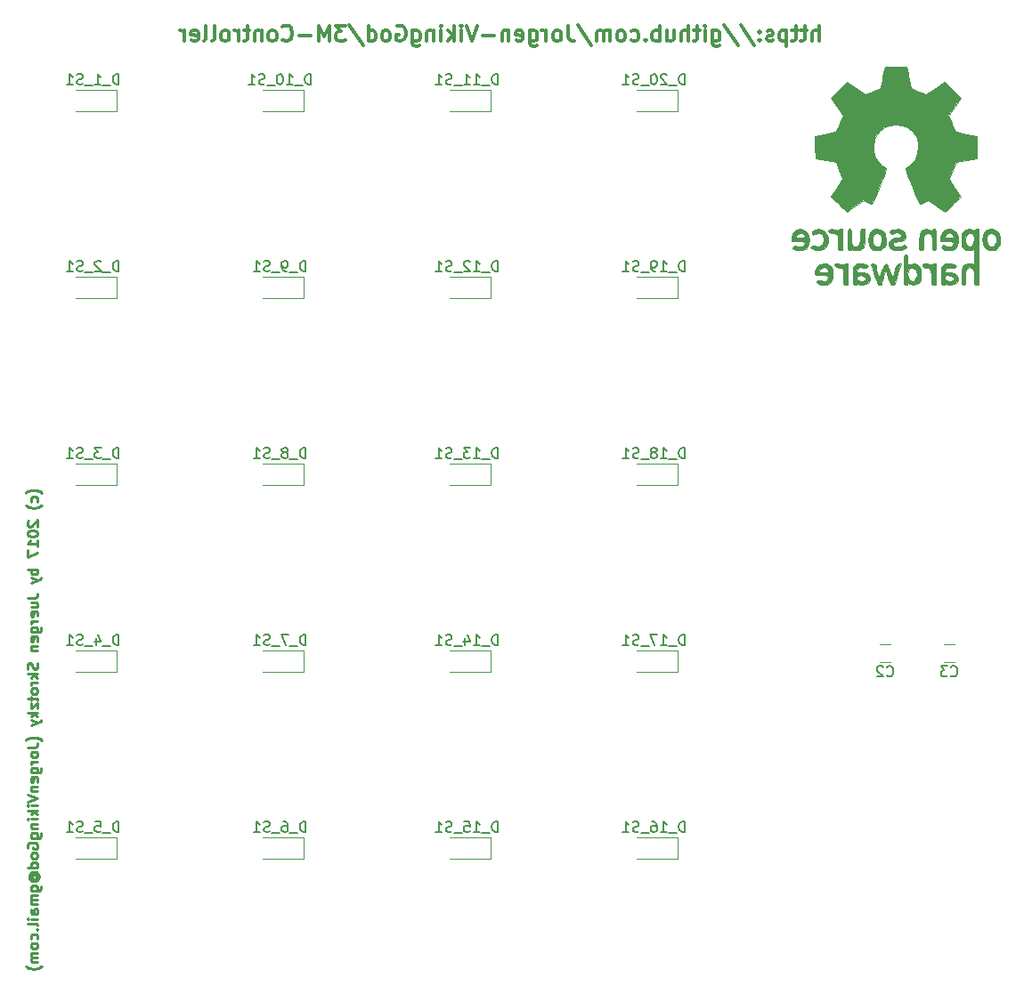
<source format=gbo>
G04 #@! TF.FileFunction,Legend,Bot*
%FSLAX46Y46*%
G04 Gerber Fmt 4.6, Leading zero omitted, Abs format (unit mm)*
G04 Created by KiCad (PCBNEW 4.0.6) date 2017 May 15, Monday 05:11:45*
%MOMM*%
%LPD*%
G01*
G04 APERTURE LIST*
%ADD10C,0.100000*%
%ADD11C,0.250000*%
%ADD12C,0.300000*%
%ADD13C,0.120000*%
%ADD14C,0.010000*%
%ADD15C,0.150000*%
G04 APERTURE END LIST*
D10*
D11*
X75763333Y-84306998D02*
X75715714Y-84259378D01*
X75572857Y-84164140D01*
X75477619Y-84116521D01*
X75334762Y-84068902D01*
X75096667Y-84021283D01*
X74906190Y-84021283D01*
X74668095Y-84068902D01*
X74525238Y-84116521D01*
X74430000Y-84164140D01*
X74287143Y-84259378D01*
X74239524Y-84306998D01*
X75334762Y-85116522D02*
X75382381Y-85021284D01*
X75382381Y-84830807D01*
X75334762Y-84735569D01*
X75287143Y-84687950D01*
X75191905Y-84640331D01*
X74906190Y-84640331D01*
X74810952Y-84687950D01*
X74763333Y-84735569D01*
X74715714Y-84830807D01*
X74715714Y-85021284D01*
X74763333Y-85116522D01*
X75763333Y-85449855D02*
X75715714Y-85497474D01*
X75572857Y-85592712D01*
X75477619Y-85640331D01*
X75334762Y-85687950D01*
X75096667Y-85735569D01*
X74906190Y-85735569D01*
X74668095Y-85687950D01*
X74525238Y-85640331D01*
X74430000Y-85592712D01*
X74287143Y-85497474D01*
X74239524Y-85449855D01*
X74477619Y-86926046D02*
X74430000Y-86973665D01*
X74382381Y-87068903D01*
X74382381Y-87306999D01*
X74430000Y-87402237D01*
X74477619Y-87449856D01*
X74572857Y-87497475D01*
X74668095Y-87497475D01*
X74810952Y-87449856D01*
X75382381Y-86878427D01*
X75382381Y-87497475D01*
X74382381Y-88116522D02*
X74382381Y-88211761D01*
X74430000Y-88306999D01*
X74477619Y-88354618D01*
X74572857Y-88402237D01*
X74763333Y-88449856D01*
X75001429Y-88449856D01*
X75191905Y-88402237D01*
X75287143Y-88354618D01*
X75334762Y-88306999D01*
X75382381Y-88211761D01*
X75382381Y-88116522D01*
X75334762Y-88021284D01*
X75287143Y-87973665D01*
X75191905Y-87926046D01*
X75001429Y-87878427D01*
X74763333Y-87878427D01*
X74572857Y-87926046D01*
X74477619Y-87973665D01*
X74430000Y-88021284D01*
X74382381Y-88116522D01*
X75382381Y-89402237D02*
X75382381Y-88830808D01*
X75382381Y-89116522D02*
X74382381Y-89116522D01*
X74525238Y-89021284D01*
X74620476Y-88926046D01*
X74668095Y-88830808D01*
X74382381Y-89735570D02*
X74382381Y-90402237D01*
X75382381Y-89973665D01*
X75382381Y-91545094D02*
X74382381Y-91545094D01*
X74763333Y-91545094D02*
X74715714Y-91640332D01*
X74715714Y-91830809D01*
X74763333Y-91926047D01*
X74810952Y-91973666D01*
X74906190Y-92021285D01*
X75191905Y-92021285D01*
X75287143Y-91973666D01*
X75334762Y-91926047D01*
X75382381Y-91830809D01*
X75382381Y-91640332D01*
X75334762Y-91545094D01*
X74715714Y-92354618D02*
X75382381Y-92592713D01*
X74715714Y-92830809D02*
X75382381Y-92592713D01*
X75620476Y-92497475D01*
X75668095Y-92449856D01*
X75715714Y-92354618D01*
X74382381Y-94259381D02*
X75096667Y-94259381D01*
X75239524Y-94211761D01*
X75334762Y-94116523D01*
X75382381Y-93973666D01*
X75382381Y-93878428D01*
X74715714Y-95164143D02*
X75382381Y-95164143D01*
X74715714Y-94735571D02*
X75239524Y-94735571D01*
X75334762Y-94783190D01*
X75382381Y-94878428D01*
X75382381Y-95021286D01*
X75334762Y-95116524D01*
X75287143Y-95164143D01*
X75334762Y-96021286D02*
X75382381Y-95926048D01*
X75382381Y-95735571D01*
X75334762Y-95640333D01*
X75239524Y-95592714D01*
X74858571Y-95592714D01*
X74763333Y-95640333D01*
X74715714Y-95735571D01*
X74715714Y-95926048D01*
X74763333Y-96021286D01*
X74858571Y-96068905D01*
X74953810Y-96068905D01*
X75049048Y-95592714D01*
X75382381Y-96497476D02*
X74715714Y-96497476D01*
X74906190Y-96497476D02*
X74810952Y-96545095D01*
X74763333Y-96592714D01*
X74715714Y-96687952D01*
X74715714Y-96783191D01*
X74715714Y-97545096D02*
X75525238Y-97545096D01*
X75620476Y-97497477D01*
X75668095Y-97449858D01*
X75715714Y-97354619D01*
X75715714Y-97211762D01*
X75668095Y-97116524D01*
X75334762Y-97545096D02*
X75382381Y-97449858D01*
X75382381Y-97259381D01*
X75334762Y-97164143D01*
X75287143Y-97116524D01*
X75191905Y-97068905D01*
X74906190Y-97068905D01*
X74810952Y-97116524D01*
X74763333Y-97164143D01*
X74715714Y-97259381D01*
X74715714Y-97449858D01*
X74763333Y-97545096D01*
X75334762Y-98402239D02*
X75382381Y-98307001D01*
X75382381Y-98116524D01*
X75334762Y-98021286D01*
X75239524Y-97973667D01*
X74858571Y-97973667D01*
X74763333Y-98021286D01*
X74715714Y-98116524D01*
X74715714Y-98307001D01*
X74763333Y-98402239D01*
X74858571Y-98449858D01*
X74953810Y-98449858D01*
X75049048Y-97973667D01*
X74715714Y-98878429D02*
X75382381Y-98878429D01*
X74810952Y-98878429D02*
X74763333Y-98926048D01*
X74715714Y-99021286D01*
X74715714Y-99164144D01*
X74763333Y-99259382D01*
X74858571Y-99307001D01*
X75382381Y-99307001D01*
X75334762Y-100497477D02*
X75382381Y-100640334D01*
X75382381Y-100878430D01*
X75334762Y-100973668D01*
X75287143Y-101021287D01*
X75191905Y-101068906D01*
X75096667Y-101068906D01*
X75001429Y-101021287D01*
X74953810Y-100973668D01*
X74906190Y-100878430D01*
X74858571Y-100687953D01*
X74810952Y-100592715D01*
X74763333Y-100545096D01*
X74668095Y-100497477D01*
X74572857Y-100497477D01*
X74477619Y-100545096D01*
X74430000Y-100592715D01*
X74382381Y-100687953D01*
X74382381Y-100926049D01*
X74430000Y-101068906D01*
X75382381Y-101497477D02*
X74382381Y-101497477D01*
X75001429Y-101592715D02*
X75382381Y-101878430D01*
X74715714Y-101878430D02*
X75096667Y-101497477D01*
X75382381Y-102307001D02*
X74715714Y-102307001D01*
X74906190Y-102307001D02*
X74810952Y-102354620D01*
X74763333Y-102402239D01*
X74715714Y-102497477D01*
X74715714Y-102592716D01*
X75382381Y-103068906D02*
X75334762Y-102973668D01*
X75287143Y-102926049D01*
X75191905Y-102878430D01*
X74906190Y-102878430D01*
X74810952Y-102926049D01*
X74763333Y-102973668D01*
X74715714Y-103068906D01*
X74715714Y-103211764D01*
X74763333Y-103307002D01*
X74810952Y-103354621D01*
X74906190Y-103402240D01*
X75191905Y-103402240D01*
X75287143Y-103354621D01*
X75334762Y-103307002D01*
X75382381Y-103211764D01*
X75382381Y-103068906D01*
X74715714Y-103687954D02*
X74715714Y-104068906D01*
X74382381Y-103830811D02*
X75239524Y-103830811D01*
X75334762Y-103878430D01*
X75382381Y-103973668D01*
X75382381Y-104068906D01*
X74715714Y-104307002D02*
X74715714Y-104830812D01*
X75382381Y-104307002D01*
X75382381Y-104830812D01*
X75382381Y-105211764D02*
X74382381Y-105211764D01*
X75001429Y-105307002D02*
X75382381Y-105592717D01*
X74715714Y-105592717D02*
X75096667Y-105211764D01*
X74715714Y-105926050D02*
X75382381Y-106164145D01*
X74715714Y-106402241D02*
X75382381Y-106164145D01*
X75620476Y-106068907D01*
X75668095Y-106021288D01*
X75715714Y-105926050D01*
X75763333Y-107830813D02*
X75715714Y-107783193D01*
X75572857Y-107687955D01*
X75477619Y-107640336D01*
X75334762Y-107592717D01*
X75096667Y-107545098D01*
X74906190Y-107545098D01*
X74668095Y-107592717D01*
X74525238Y-107640336D01*
X74430000Y-107687955D01*
X74287143Y-107783193D01*
X74239524Y-107830813D01*
X74382381Y-108497480D02*
X75096667Y-108497480D01*
X75239524Y-108449860D01*
X75334762Y-108354622D01*
X75382381Y-108211765D01*
X75382381Y-108116527D01*
X75382381Y-109116527D02*
X75334762Y-109021289D01*
X75287143Y-108973670D01*
X75191905Y-108926051D01*
X74906190Y-108926051D01*
X74810952Y-108973670D01*
X74763333Y-109021289D01*
X74715714Y-109116527D01*
X74715714Y-109259385D01*
X74763333Y-109354623D01*
X74810952Y-109402242D01*
X74906190Y-109449861D01*
X75191905Y-109449861D01*
X75287143Y-109402242D01*
X75334762Y-109354623D01*
X75382381Y-109259385D01*
X75382381Y-109116527D01*
X75382381Y-109878432D02*
X74715714Y-109878432D01*
X74906190Y-109878432D02*
X74810952Y-109926051D01*
X74763333Y-109973670D01*
X74715714Y-110068908D01*
X74715714Y-110164147D01*
X74715714Y-110926052D02*
X75525238Y-110926052D01*
X75620476Y-110878433D01*
X75668095Y-110830814D01*
X75715714Y-110735575D01*
X75715714Y-110592718D01*
X75668095Y-110497480D01*
X75334762Y-110926052D02*
X75382381Y-110830814D01*
X75382381Y-110640337D01*
X75334762Y-110545099D01*
X75287143Y-110497480D01*
X75191905Y-110449861D01*
X74906190Y-110449861D01*
X74810952Y-110497480D01*
X74763333Y-110545099D01*
X74715714Y-110640337D01*
X74715714Y-110830814D01*
X74763333Y-110926052D01*
X75334762Y-111783195D02*
X75382381Y-111687957D01*
X75382381Y-111497480D01*
X75334762Y-111402242D01*
X75239524Y-111354623D01*
X74858571Y-111354623D01*
X74763333Y-111402242D01*
X74715714Y-111497480D01*
X74715714Y-111687957D01*
X74763333Y-111783195D01*
X74858571Y-111830814D01*
X74953810Y-111830814D01*
X75049048Y-111354623D01*
X74715714Y-112259385D02*
X75382381Y-112259385D01*
X74810952Y-112259385D02*
X74763333Y-112307004D01*
X74715714Y-112402242D01*
X74715714Y-112545100D01*
X74763333Y-112640338D01*
X74858571Y-112687957D01*
X75382381Y-112687957D01*
X74382381Y-113021290D02*
X75382381Y-113354623D01*
X74382381Y-113687957D01*
X75382381Y-114021290D02*
X74715714Y-114021290D01*
X74382381Y-114021290D02*
X74430000Y-113973671D01*
X74477619Y-114021290D01*
X74430000Y-114068909D01*
X74382381Y-114021290D01*
X74477619Y-114021290D01*
X75382381Y-114497480D02*
X74382381Y-114497480D01*
X75001429Y-114592718D02*
X75382381Y-114878433D01*
X74715714Y-114878433D02*
X75096667Y-114497480D01*
X75382381Y-115307004D02*
X74715714Y-115307004D01*
X74382381Y-115307004D02*
X74430000Y-115259385D01*
X74477619Y-115307004D01*
X74430000Y-115354623D01*
X74382381Y-115307004D01*
X74477619Y-115307004D01*
X74715714Y-115783194D02*
X75382381Y-115783194D01*
X74810952Y-115783194D02*
X74763333Y-115830813D01*
X74715714Y-115926051D01*
X74715714Y-116068909D01*
X74763333Y-116164147D01*
X74858571Y-116211766D01*
X75382381Y-116211766D01*
X74715714Y-117116528D02*
X75525238Y-117116528D01*
X75620476Y-117068909D01*
X75668095Y-117021290D01*
X75715714Y-116926051D01*
X75715714Y-116783194D01*
X75668095Y-116687956D01*
X75334762Y-117116528D02*
X75382381Y-117021290D01*
X75382381Y-116830813D01*
X75334762Y-116735575D01*
X75287143Y-116687956D01*
X75191905Y-116640337D01*
X74906190Y-116640337D01*
X74810952Y-116687956D01*
X74763333Y-116735575D01*
X74715714Y-116830813D01*
X74715714Y-117021290D01*
X74763333Y-117116528D01*
X74430000Y-118116528D02*
X74382381Y-118021290D01*
X74382381Y-117878433D01*
X74430000Y-117735575D01*
X74525238Y-117640337D01*
X74620476Y-117592718D01*
X74810952Y-117545099D01*
X74953810Y-117545099D01*
X75144286Y-117592718D01*
X75239524Y-117640337D01*
X75334762Y-117735575D01*
X75382381Y-117878433D01*
X75382381Y-117973671D01*
X75334762Y-118116528D01*
X75287143Y-118164147D01*
X74953810Y-118164147D01*
X74953810Y-117973671D01*
X75382381Y-118735575D02*
X75334762Y-118640337D01*
X75287143Y-118592718D01*
X75191905Y-118545099D01*
X74906190Y-118545099D01*
X74810952Y-118592718D01*
X74763333Y-118640337D01*
X74715714Y-118735575D01*
X74715714Y-118878433D01*
X74763333Y-118973671D01*
X74810952Y-119021290D01*
X74906190Y-119068909D01*
X75191905Y-119068909D01*
X75287143Y-119021290D01*
X75334762Y-118973671D01*
X75382381Y-118878433D01*
X75382381Y-118735575D01*
X75382381Y-119926052D02*
X74382381Y-119926052D01*
X75334762Y-119926052D02*
X75382381Y-119830814D01*
X75382381Y-119640337D01*
X75334762Y-119545099D01*
X75287143Y-119497480D01*
X75191905Y-119449861D01*
X74906190Y-119449861D01*
X74810952Y-119497480D01*
X74763333Y-119545099D01*
X74715714Y-119640337D01*
X74715714Y-119830814D01*
X74763333Y-119926052D01*
X74906190Y-121021290D02*
X74858571Y-120973671D01*
X74810952Y-120878433D01*
X74810952Y-120783195D01*
X74858571Y-120687957D01*
X74906190Y-120640337D01*
X75001429Y-120592718D01*
X75096667Y-120592718D01*
X75191905Y-120640337D01*
X75239524Y-120687957D01*
X75287143Y-120783195D01*
X75287143Y-120878433D01*
X75239524Y-120973671D01*
X75191905Y-121021290D01*
X74810952Y-121021290D02*
X75191905Y-121021290D01*
X75239524Y-121068909D01*
X75239524Y-121116528D01*
X75191905Y-121211766D01*
X75096667Y-121259385D01*
X74858571Y-121259385D01*
X74715714Y-121164147D01*
X74620476Y-121021290D01*
X74572857Y-120830814D01*
X74620476Y-120640337D01*
X74715714Y-120497480D01*
X74858571Y-120402242D01*
X75049048Y-120354623D01*
X75239524Y-120402242D01*
X75382381Y-120497480D01*
X75477619Y-120640337D01*
X75525238Y-120830814D01*
X75477619Y-121021290D01*
X75382381Y-121164147D01*
X74715714Y-122116528D02*
X75525238Y-122116528D01*
X75620476Y-122068909D01*
X75668095Y-122021290D01*
X75715714Y-121926051D01*
X75715714Y-121783194D01*
X75668095Y-121687956D01*
X75334762Y-122116528D02*
X75382381Y-122021290D01*
X75382381Y-121830813D01*
X75334762Y-121735575D01*
X75287143Y-121687956D01*
X75191905Y-121640337D01*
X74906190Y-121640337D01*
X74810952Y-121687956D01*
X74763333Y-121735575D01*
X74715714Y-121830813D01*
X74715714Y-122021290D01*
X74763333Y-122116528D01*
X75382381Y-122592718D02*
X74715714Y-122592718D01*
X74810952Y-122592718D02*
X74763333Y-122640337D01*
X74715714Y-122735575D01*
X74715714Y-122878433D01*
X74763333Y-122973671D01*
X74858571Y-123021290D01*
X75382381Y-123021290D01*
X74858571Y-123021290D02*
X74763333Y-123068909D01*
X74715714Y-123164147D01*
X74715714Y-123307004D01*
X74763333Y-123402242D01*
X74858571Y-123449861D01*
X75382381Y-123449861D01*
X75382381Y-124354623D02*
X74858571Y-124354623D01*
X74763333Y-124307004D01*
X74715714Y-124211766D01*
X74715714Y-124021289D01*
X74763333Y-123926051D01*
X75334762Y-124354623D02*
X75382381Y-124259385D01*
X75382381Y-124021289D01*
X75334762Y-123926051D01*
X75239524Y-123878432D01*
X75144286Y-123878432D01*
X75049048Y-123926051D01*
X75001429Y-124021289D01*
X75001429Y-124259385D01*
X74953810Y-124354623D01*
X75382381Y-124830813D02*
X74715714Y-124830813D01*
X74382381Y-124830813D02*
X74430000Y-124783194D01*
X74477619Y-124830813D01*
X74430000Y-124878432D01*
X74382381Y-124830813D01*
X74477619Y-124830813D01*
X75382381Y-125449860D02*
X75334762Y-125354622D01*
X75239524Y-125307003D01*
X74382381Y-125307003D01*
X75287143Y-125830813D02*
X75334762Y-125878432D01*
X75382381Y-125830813D01*
X75334762Y-125783194D01*
X75287143Y-125830813D01*
X75382381Y-125830813D01*
X75334762Y-126735575D02*
X75382381Y-126640337D01*
X75382381Y-126449860D01*
X75334762Y-126354622D01*
X75287143Y-126307003D01*
X75191905Y-126259384D01*
X74906190Y-126259384D01*
X74810952Y-126307003D01*
X74763333Y-126354622D01*
X74715714Y-126449860D01*
X74715714Y-126640337D01*
X74763333Y-126735575D01*
X75382381Y-127307003D02*
X75334762Y-127211765D01*
X75287143Y-127164146D01*
X75191905Y-127116527D01*
X74906190Y-127116527D01*
X74810952Y-127164146D01*
X74763333Y-127211765D01*
X74715714Y-127307003D01*
X74715714Y-127449861D01*
X74763333Y-127545099D01*
X74810952Y-127592718D01*
X74906190Y-127640337D01*
X75191905Y-127640337D01*
X75287143Y-127592718D01*
X75334762Y-127545099D01*
X75382381Y-127449861D01*
X75382381Y-127307003D01*
X75382381Y-128068908D02*
X74715714Y-128068908D01*
X74810952Y-128068908D02*
X74763333Y-128116527D01*
X74715714Y-128211765D01*
X74715714Y-128354623D01*
X74763333Y-128449861D01*
X74858571Y-128497480D01*
X75382381Y-128497480D01*
X74858571Y-128497480D02*
X74763333Y-128545099D01*
X74715714Y-128640337D01*
X74715714Y-128783194D01*
X74763333Y-128878432D01*
X74858571Y-128926051D01*
X75382381Y-128926051D01*
X75763333Y-129307003D02*
X75715714Y-129354622D01*
X75572857Y-129449860D01*
X75477619Y-129497479D01*
X75334762Y-129545098D01*
X75096667Y-129592717D01*
X74906190Y-129592717D01*
X74668095Y-129545098D01*
X74525238Y-129497479D01*
X74430000Y-129449860D01*
X74287143Y-129354622D01*
X74239524Y-129307003D01*
D12*
X149665716Y-41318571D02*
X149665716Y-39818571D01*
X149022859Y-41318571D02*
X149022859Y-40532857D01*
X149094288Y-40390000D01*
X149237145Y-40318571D01*
X149451430Y-40318571D01*
X149594288Y-40390000D01*
X149665716Y-40461429D01*
X148522859Y-40318571D02*
X147951430Y-40318571D01*
X148308573Y-39818571D02*
X148308573Y-41104286D01*
X148237145Y-41247143D01*
X148094287Y-41318571D01*
X147951430Y-41318571D01*
X147665716Y-40318571D02*
X147094287Y-40318571D01*
X147451430Y-39818571D02*
X147451430Y-41104286D01*
X147380002Y-41247143D01*
X147237144Y-41318571D01*
X147094287Y-41318571D01*
X146594287Y-40318571D02*
X146594287Y-41818571D01*
X146594287Y-40390000D02*
X146451430Y-40318571D01*
X146165716Y-40318571D01*
X146022859Y-40390000D01*
X145951430Y-40461429D01*
X145880001Y-40604286D01*
X145880001Y-41032857D01*
X145951430Y-41175714D01*
X146022859Y-41247143D01*
X146165716Y-41318571D01*
X146451430Y-41318571D01*
X146594287Y-41247143D01*
X145308573Y-41247143D02*
X145165716Y-41318571D01*
X144880001Y-41318571D01*
X144737144Y-41247143D01*
X144665716Y-41104286D01*
X144665716Y-41032857D01*
X144737144Y-40890000D01*
X144880001Y-40818571D01*
X145094287Y-40818571D01*
X145237144Y-40747143D01*
X145308573Y-40604286D01*
X145308573Y-40532857D01*
X145237144Y-40390000D01*
X145094287Y-40318571D01*
X144880001Y-40318571D01*
X144737144Y-40390000D01*
X144022858Y-41175714D02*
X143951430Y-41247143D01*
X144022858Y-41318571D01*
X144094287Y-41247143D01*
X144022858Y-41175714D01*
X144022858Y-41318571D01*
X144022858Y-40390000D02*
X143951430Y-40461429D01*
X144022858Y-40532857D01*
X144094287Y-40461429D01*
X144022858Y-40390000D01*
X144022858Y-40532857D01*
X142237144Y-39747143D02*
X143522858Y-41675714D01*
X140665715Y-39747143D02*
X141951429Y-41675714D01*
X139522857Y-40318571D02*
X139522857Y-41532857D01*
X139594286Y-41675714D01*
X139665714Y-41747143D01*
X139808571Y-41818571D01*
X140022857Y-41818571D01*
X140165714Y-41747143D01*
X139522857Y-41247143D02*
X139665714Y-41318571D01*
X139951428Y-41318571D01*
X140094286Y-41247143D01*
X140165714Y-41175714D01*
X140237143Y-41032857D01*
X140237143Y-40604286D01*
X140165714Y-40461429D01*
X140094286Y-40390000D01*
X139951428Y-40318571D01*
X139665714Y-40318571D01*
X139522857Y-40390000D01*
X138808571Y-41318571D02*
X138808571Y-40318571D01*
X138808571Y-39818571D02*
X138880000Y-39890000D01*
X138808571Y-39961429D01*
X138737143Y-39890000D01*
X138808571Y-39818571D01*
X138808571Y-39961429D01*
X138308571Y-40318571D02*
X137737142Y-40318571D01*
X138094285Y-39818571D02*
X138094285Y-41104286D01*
X138022857Y-41247143D01*
X137879999Y-41318571D01*
X137737142Y-41318571D01*
X137237142Y-41318571D02*
X137237142Y-39818571D01*
X136594285Y-41318571D02*
X136594285Y-40532857D01*
X136665714Y-40390000D01*
X136808571Y-40318571D01*
X137022856Y-40318571D01*
X137165714Y-40390000D01*
X137237142Y-40461429D01*
X135237142Y-40318571D02*
X135237142Y-41318571D01*
X135879999Y-40318571D02*
X135879999Y-41104286D01*
X135808571Y-41247143D01*
X135665713Y-41318571D01*
X135451428Y-41318571D01*
X135308571Y-41247143D01*
X135237142Y-41175714D01*
X134522856Y-41318571D02*
X134522856Y-39818571D01*
X134522856Y-40390000D02*
X134379999Y-40318571D01*
X134094285Y-40318571D01*
X133951428Y-40390000D01*
X133879999Y-40461429D01*
X133808570Y-40604286D01*
X133808570Y-41032857D01*
X133879999Y-41175714D01*
X133951428Y-41247143D01*
X134094285Y-41318571D01*
X134379999Y-41318571D01*
X134522856Y-41247143D01*
X133165713Y-41175714D02*
X133094285Y-41247143D01*
X133165713Y-41318571D01*
X133237142Y-41247143D01*
X133165713Y-41175714D01*
X133165713Y-41318571D01*
X131808570Y-41247143D02*
X131951427Y-41318571D01*
X132237141Y-41318571D01*
X132379999Y-41247143D01*
X132451427Y-41175714D01*
X132522856Y-41032857D01*
X132522856Y-40604286D01*
X132451427Y-40461429D01*
X132379999Y-40390000D01*
X132237141Y-40318571D01*
X131951427Y-40318571D01*
X131808570Y-40390000D01*
X130951427Y-41318571D02*
X131094285Y-41247143D01*
X131165713Y-41175714D01*
X131237142Y-41032857D01*
X131237142Y-40604286D01*
X131165713Y-40461429D01*
X131094285Y-40390000D01*
X130951427Y-40318571D01*
X130737142Y-40318571D01*
X130594285Y-40390000D01*
X130522856Y-40461429D01*
X130451427Y-40604286D01*
X130451427Y-41032857D01*
X130522856Y-41175714D01*
X130594285Y-41247143D01*
X130737142Y-41318571D01*
X130951427Y-41318571D01*
X129808570Y-41318571D02*
X129808570Y-40318571D01*
X129808570Y-40461429D02*
X129737142Y-40390000D01*
X129594284Y-40318571D01*
X129379999Y-40318571D01*
X129237142Y-40390000D01*
X129165713Y-40532857D01*
X129165713Y-41318571D01*
X129165713Y-40532857D02*
X129094284Y-40390000D01*
X128951427Y-40318571D01*
X128737142Y-40318571D01*
X128594284Y-40390000D01*
X128522856Y-40532857D01*
X128522856Y-41318571D01*
X126737142Y-39747143D02*
X128022856Y-41675714D01*
X125808570Y-39818571D02*
X125808570Y-40890000D01*
X125879998Y-41104286D01*
X126022855Y-41247143D01*
X126237141Y-41318571D01*
X126379998Y-41318571D01*
X124879998Y-41318571D02*
X125022856Y-41247143D01*
X125094284Y-41175714D01*
X125165713Y-41032857D01*
X125165713Y-40604286D01*
X125094284Y-40461429D01*
X125022856Y-40390000D01*
X124879998Y-40318571D01*
X124665713Y-40318571D01*
X124522856Y-40390000D01*
X124451427Y-40461429D01*
X124379998Y-40604286D01*
X124379998Y-41032857D01*
X124451427Y-41175714D01*
X124522856Y-41247143D01*
X124665713Y-41318571D01*
X124879998Y-41318571D01*
X123737141Y-41318571D02*
X123737141Y-40318571D01*
X123737141Y-40604286D02*
X123665713Y-40461429D01*
X123594284Y-40390000D01*
X123451427Y-40318571D01*
X123308570Y-40318571D01*
X122165713Y-40318571D02*
X122165713Y-41532857D01*
X122237142Y-41675714D01*
X122308570Y-41747143D01*
X122451427Y-41818571D01*
X122665713Y-41818571D01*
X122808570Y-41747143D01*
X122165713Y-41247143D02*
X122308570Y-41318571D01*
X122594284Y-41318571D01*
X122737142Y-41247143D01*
X122808570Y-41175714D01*
X122879999Y-41032857D01*
X122879999Y-40604286D01*
X122808570Y-40461429D01*
X122737142Y-40390000D01*
X122594284Y-40318571D01*
X122308570Y-40318571D01*
X122165713Y-40390000D01*
X120879999Y-41247143D02*
X121022856Y-41318571D01*
X121308570Y-41318571D01*
X121451427Y-41247143D01*
X121522856Y-41104286D01*
X121522856Y-40532857D01*
X121451427Y-40390000D01*
X121308570Y-40318571D01*
X121022856Y-40318571D01*
X120879999Y-40390000D01*
X120808570Y-40532857D01*
X120808570Y-40675714D01*
X121522856Y-40818571D01*
X120165713Y-40318571D02*
X120165713Y-41318571D01*
X120165713Y-40461429D02*
X120094285Y-40390000D01*
X119951427Y-40318571D01*
X119737142Y-40318571D01*
X119594285Y-40390000D01*
X119522856Y-40532857D01*
X119522856Y-41318571D01*
X118808570Y-40747143D02*
X117665713Y-40747143D01*
X117165713Y-39818571D02*
X116665713Y-41318571D01*
X116165713Y-39818571D01*
X115665713Y-41318571D02*
X115665713Y-40318571D01*
X115665713Y-39818571D02*
X115737142Y-39890000D01*
X115665713Y-39961429D01*
X115594285Y-39890000D01*
X115665713Y-39818571D01*
X115665713Y-39961429D01*
X114951427Y-41318571D02*
X114951427Y-39818571D01*
X114808570Y-40747143D02*
X114379999Y-41318571D01*
X114379999Y-40318571D02*
X114951427Y-40890000D01*
X113737141Y-41318571D02*
X113737141Y-40318571D01*
X113737141Y-39818571D02*
X113808570Y-39890000D01*
X113737141Y-39961429D01*
X113665713Y-39890000D01*
X113737141Y-39818571D01*
X113737141Y-39961429D01*
X113022855Y-40318571D02*
X113022855Y-41318571D01*
X113022855Y-40461429D02*
X112951427Y-40390000D01*
X112808569Y-40318571D01*
X112594284Y-40318571D01*
X112451427Y-40390000D01*
X112379998Y-40532857D01*
X112379998Y-41318571D01*
X111022855Y-40318571D02*
X111022855Y-41532857D01*
X111094284Y-41675714D01*
X111165712Y-41747143D01*
X111308569Y-41818571D01*
X111522855Y-41818571D01*
X111665712Y-41747143D01*
X111022855Y-41247143D02*
X111165712Y-41318571D01*
X111451426Y-41318571D01*
X111594284Y-41247143D01*
X111665712Y-41175714D01*
X111737141Y-41032857D01*
X111737141Y-40604286D01*
X111665712Y-40461429D01*
X111594284Y-40390000D01*
X111451426Y-40318571D01*
X111165712Y-40318571D01*
X111022855Y-40390000D01*
X109522855Y-39890000D02*
X109665712Y-39818571D01*
X109879998Y-39818571D01*
X110094283Y-39890000D01*
X110237141Y-40032857D01*
X110308569Y-40175714D01*
X110379998Y-40461429D01*
X110379998Y-40675714D01*
X110308569Y-40961429D01*
X110237141Y-41104286D01*
X110094283Y-41247143D01*
X109879998Y-41318571D01*
X109737141Y-41318571D01*
X109522855Y-41247143D01*
X109451426Y-41175714D01*
X109451426Y-40675714D01*
X109737141Y-40675714D01*
X108594283Y-41318571D02*
X108737141Y-41247143D01*
X108808569Y-41175714D01*
X108879998Y-41032857D01*
X108879998Y-40604286D01*
X108808569Y-40461429D01*
X108737141Y-40390000D01*
X108594283Y-40318571D01*
X108379998Y-40318571D01*
X108237141Y-40390000D01*
X108165712Y-40461429D01*
X108094283Y-40604286D01*
X108094283Y-41032857D01*
X108165712Y-41175714D01*
X108237141Y-41247143D01*
X108379998Y-41318571D01*
X108594283Y-41318571D01*
X106808569Y-41318571D02*
X106808569Y-39818571D01*
X106808569Y-41247143D02*
X106951426Y-41318571D01*
X107237140Y-41318571D01*
X107379998Y-41247143D01*
X107451426Y-41175714D01*
X107522855Y-41032857D01*
X107522855Y-40604286D01*
X107451426Y-40461429D01*
X107379998Y-40390000D01*
X107237140Y-40318571D01*
X106951426Y-40318571D01*
X106808569Y-40390000D01*
X105022855Y-39747143D02*
X106308569Y-41675714D01*
X104665711Y-39818571D02*
X103737140Y-39818571D01*
X104237140Y-40390000D01*
X104022854Y-40390000D01*
X103879997Y-40461429D01*
X103808568Y-40532857D01*
X103737140Y-40675714D01*
X103737140Y-41032857D01*
X103808568Y-41175714D01*
X103879997Y-41247143D01*
X104022854Y-41318571D01*
X104451426Y-41318571D01*
X104594283Y-41247143D01*
X104665711Y-41175714D01*
X103094283Y-41318571D02*
X103094283Y-39818571D01*
X102594283Y-40890000D01*
X102094283Y-39818571D01*
X102094283Y-41318571D01*
X101379997Y-40747143D02*
X100237140Y-40747143D01*
X98665711Y-41175714D02*
X98737140Y-41247143D01*
X98951426Y-41318571D01*
X99094283Y-41318571D01*
X99308568Y-41247143D01*
X99451426Y-41104286D01*
X99522854Y-40961429D01*
X99594283Y-40675714D01*
X99594283Y-40461429D01*
X99522854Y-40175714D01*
X99451426Y-40032857D01*
X99308568Y-39890000D01*
X99094283Y-39818571D01*
X98951426Y-39818571D01*
X98737140Y-39890000D01*
X98665711Y-39961429D01*
X97808568Y-41318571D02*
X97951426Y-41247143D01*
X98022854Y-41175714D01*
X98094283Y-41032857D01*
X98094283Y-40604286D01*
X98022854Y-40461429D01*
X97951426Y-40390000D01*
X97808568Y-40318571D01*
X97594283Y-40318571D01*
X97451426Y-40390000D01*
X97379997Y-40461429D01*
X97308568Y-40604286D01*
X97308568Y-41032857D01*
X97379997Y-41175714D01*
X97451426Y-41247143D01*
X97594283Y-41318571D01*
X97808568Y-41318571D01*
X96665711Y-40318571D02*
X96665711Y-41318571D01*
X96665711Y-40461429D02*
X96594283Y-40390000D01*
X96451425Y-40318571D01*
X96237140Y-40318571D01*
X96094283Y-40390000D01*
X96022854Y-40532857D01*
X96022854Y-41318571D01*
X95522854Y-40318571D02*
X94951425Y-40318571D01*
X95308568Y-39818571D02*
X95308568Y-41104286D01*
X95237140Y-41247143D01*
X95094282Y-41318571D01*
X94951425Y-41318571D01*
X94451425Y-41318571D02*
X94451425Y-40318571D01*
X94451425Y-40604286D02*
X94379997Y-40461429D01*
X94308568Y-40390000D01*
X94165711Y-40318571D01*
X94022854Y-40318571D01*
X93308568Y-41318571D02*
X93451426Y-41247143D01*
X93522854Y-41175714D01*
X93594283Y-41032857D01*
X93594283Y-40604286D01*
X93522854Y-40461429D01*
X93451426Y-40390000D01*
X93308568Y-40318571D01*
X93094283Y-40318571D01*
X92951426Y-40390000D01*
X92879997Y-40461429D01*
X92808568Y-40604286D01*
X92808568Y-41032857D01*
X92879997Y-41175714D01*
X92951426Y-41247143D01*
X93094283Y-41318571D01*
X93308568Y-41318571D01*
X91951425Y-41318571D02*
X92094283Y-41247143D01*
X92165711Y-41104286D01*
X92165711Y-39818571D01*
X91165711Y-41318571D02*
X91308569Y-41247143D01*
X91379997Y-41104286D01*
X91379997Y-39818571D01*
X90022855Y-41247143D02*
X90165712Y-41318571D01*
X90451426Y-41318571D01*
X90594283Y-41247143D01*
X90665712Y-41104286D01*
X90665712Y-40532857D01*
X90594283Y-40390000D01*
X90451426Y-40318571D01*
X90165712Y-40318571D01*
X90022855Y-40390000D01*
X89951426Y-40532857D01*
X89951426Y-40675714D01*
X90665712Y-40818571D01*
X89308569Y-41318571D02*
X89308569Y-40318571D01*
X89308569Y-40604286D02*
X89237141Y-40461429D01*
X89165712Y-40390000D01*
X89022855Y-40318571D01*
X88879998Y-40318571D01*
D13*
X82895000Y-45990000D02*
X82895000Y-47990000D01*
X82895000Y-47990000D02*
X78995000Y-47990000D01*
X82895000Y-45990000D02*
X78995000Y-45990000D01*
X82895000Y-63770000D02*
X82895000Y-65770000D01*
X82895000Y-65770000D02*
X78995000Y-65770000D01*
X82895000Y-63770000D02*
X78995000Y-63770000D01*
X82895000Y-81550000D02*
X82895000Y-83550000D01*
X82895000Y-83550000D02*
X78995000Y-83550000D01*
X82895000Y-81550000D02*
X78995000Y-81550000D01*
X82895000Y-99330000D02*
X82895000Y-101330000D01*
X82895000Y-101330000D02*
X78995000Y-101330000D01*
X82895000Y-99330000D02*
X78995000Y-99330000D01*
X82895000Y-117110000D02*
X82895000Y-119110000D01*
X82895000Y-119110000D02*
X78995000Y-119110000D01*
X82895000Y-117110000D02*
X78995000Y-117110000D01*
X100675000Y-117110000D02*
X100675000Y-119110000D01*
X100675000Y-119110000D02*
X96775000Y-119110000D01*
X100675000Y-117110000D02*
X96775000Y-117110000D01*
X100675000Y-99330000D02*
X100675000Y-101330000D01*
X100675000Y-101330000D02*
X96775000Y-101330000D01*
X100675000Y-99330000D02*
X96775000Y-99330000D01*
X100675000Y-81550000D02*
X100675000Y-83550000D01*
X100675000Y-83550000D02*
X96775000Y-83550000D01*
X100675000Y-81550000D02*
X96775000Y-81550000D01*
X100675000Y-63770000D02*
X100675000Y-65770000D01*
X100675000Y-65770000D02*
X96775000Y-65770000D01*
X100675000Y-63770000D02*
X96775000Y-63770000D01*
X100675000Y-45990000D02*
X100675000Y-47990000D01*
X100675000Y-47990000D02*
X96775000Y-47990000D01*
X100675000Y-45990000D02*
X96775000Y-45990000D01*
X118455000Y-45990000D02*
X118455000Y-47990000D01*
X118455000Y-47990000D02*
X114555000Y-47990000D01*
X118455000Y-45990000D02*
X114555000Y-45990000D01*
X118455000Y-63770000D02*
X118455000Y-65770000D01*
X118455000Y-65770000D02*
X114555000Y-65770000D01*
X118455000Y-63770000D02*
X114555000Y-63770000D01*
X118455000Y-81550000D02*
X118455000Y-83550000D01*
X118455000Y-83550000D02*
X114555000Y-83550000D01*
X118455000Y-81550000D02*
X114555000Y-81550000D01*
X118455000Y-99330000D02*
X118455000Y-101330000D01*
X118455000Y-101330000D02*
X114555000Y-101330000D01*
X118455000Y-99330000D02*
X114555000Y-99330000D01*
X118455000Y-117110000D02*
X118455000Y-119110000D01*
X118455000Y-119110000D02*
X114555000Y-119110000D01*
X118455000Y-117110000D02*
X114555000Y-117110000D01*
X136235000Y-117110000D02*
X136235000Y-119110000D01*
X136235000Y-119110000D02*
X132335000Y-119110000D01*
X136235000Y-117110000D02*
X132335000Y-117110000D01*
X136235000Y-99330000D02*
X136235000Y-101330000D01*
X136235000Y-101330000D02*
X132335000Y-101330000D01*
X136235000Y-99330000D02*
X132335000Y-99330000D01*
X136235000Y-81550000D02*
X136235000Y-83550000D01*
X136235000Y-83550000D02*
X132335000Y-83550000D01*
X136235000Y-81550000D02*
X132335000Y-81550000D01*
X136235000Y-63770000D02*
X136235000Y-65770000D01*
X136235000Y-65770000D02*
X132335000Y-65770000D01*
X136235000Y-63770000D02*
X132335000Y-63770000D01*
X136235000Y-45990000D02*
X136235000Y-47990000D01*
X136235000Y-47990000D02*
X132335000Y-47990000D01*
X136235000Y-45990000D02*
X132335000Y-45990000D01*
X156456000Y-100418000D02*
X155456000Y-100418000D01*
X155456000Y-98718000D02*
X156456000Y-98718000D01*
X162532000Y-100418000D02*
X161532000Y-100418000D01*
X161532000Y-98718000D02*
X162532000Y-98718000D01*
D14*
G36*
X164475235Y-59211995D02*
X164422666Y-59269646D01*
X164370838Y-59314046D01*
X164258899Y-59269646D01*
X163948106Y-59184120D01*
X163639040Y-59232975D01*
X163421425Y-59377957D01*
X163324448Y-59507081D01*
X163268332Y-59668815D01*
X163242761Y-59910605D01*
X163237333Y-60224624D01*
X163245145Y-60578035D01*
X163274746Y-60807360D01*
X163335382Y-60957379D01*
X163406666Y-61044667D01*
X163609441Y-61160129D01*
X163878888Y-61212739D01*
X164141947Y-61197087D01*
X164321067Y-61112400D01*
X164368725Y-61100885D01*
X164399647Y-61193897D01*
X164416653Y-61411879D01*
X164422562Y-61775270D01*
X164422666Y-61849000D01*
X164418286Y-62237800D01*
X164403263Y-62477888D01*
X164374780Y-62589705D01*
X164330016Y-62593691D01*
X164321067Y-62585600D01*
X164133255Y-62499071D01*
X163868671Y-62486018D01*
X163600378Y-62541030D01*
X163406666Y-62653334D01*
X163327601Y-62753561D01*
X163277416Y-62888027D01*
X163249874Y-63094162D01*
X163238737Y-63409397D01*
X163237333Y-63669334D01*
X163239657Y-64054683D01*
X163250716Y-64301369D01*
X163276639Y-64440040D01*
X163323556Y-64501344D01*
X163397598Y-64515931D01*
X163406666Y-64516000D01*
X163489615Y-64502386D01*
X163539995Y-64439278D01*
X163565810Y-64293280D01*
X163575065Y-64030994D01*
X163576000Y-63809456D01*
X163582890Y-63440078D01*
X163608369Y-63200223D01*
X163659645Y-63050461D01*
X163730833Y-62962789D01*
X163962999Y-62834771D01*
X164185917Y-62874640D01*
X164289619Y-62955714D01*
X164361267Y-63078020D01*
X164403427Y-63290473D01*
X164421223Y-63625675D01*
X164422666Y-63802381D01*
X164424651Y-64149104D01*
X164437261Y-64360161D01*
X164470483Y-64469218D01*
X164534303Y-64509942D01*
X164634333Y-64516000D01*
X164846000Y-64516000D01*
X164846000Y-60205075D01*
X164422666Y-60205075D01*
X164377198Y-60531543D01*
X164257906Y-60761139D01*
X164090459Y-60876550D01*
X163900527Y-60860466D01*
X163713779Y-60695576D01*
X163707801Y-60687161D01*
X163598153Y-60416274D01*
X163582397Y-60101838D01*
X163657796Y-59816579D01*
X163745333Y-59690000D01*
X163965042Y-59547434D01*
X164161588Y-59559168D01*
X164315247Y-59710201D01*
X164406296Y-59985536D01*
X164422666Y-60205075D01*
X164846000Y-60205075D01*
X164846000Y-59182000D01*
X164634333Y-59182000D01*
X164475235Y-59211995D01*
X164475235Y-59211995D01*
G37*
X164475235Y-59211995D02*
X164422666Y-59269646D01*
X164370838Y-59314046D01*
X164258899Y-59269646D01*
X163948106Y-59184120D01*
X163639040Y-59232975D01*
X163421425Y-59377957D01*
X163324448Y-59507081D01*
X163268332Y-59668815D01*
X163242761Y-59910605D01*
X163237333Y-60224624D01*
X163245145Y-60578035D01*
X163274746Y-60807360D01*
X163335382Y-60957379D01*
X163406666Y-61044667D01*
X163609441Y-61160129D01*
X163878888Y-61212739D01*
X164141947Y-61197087D01*
X164321067Y-61112400D01*
X164368725Y-61100885D01*
X164399647Y-61193897D01*
X164416653Y-61411879D01*
X164422562Y-61775270D01*
X164422666Y-61849000D01*
X164418286Y-62237800D01*
X164403263Y-62477888D01*
X164374780Y-62589705D01*
X164330016Y-62593691D01*
X164321067Y-62585600D01*
X164133255Y-62499071D01*
X163868671Y-62486018D01*
X163600378Y-62541030D01*
X163406666Y-62653334D01*
X163327601Y-62753561D01*
X163277416Y-62888027D01*
X163249874Y-63094162D01*
X163238737Y-63409397D01*
X163237333Y-63669334D01*
X163239657Y-64054683D01*
X163250716Y-64301369D01*
X163276639Y-64440040D01*
X163323556Y-64501344D01*
X163397598Y-64515931D01*
X163406666Y-64516000D01*
X163489615Y-64502386D01*
X163539995Y-64439278D01*
X163565810Y-64293280D01*
X163575065Y-64030994D01*
X163576000Y-63809456D01*
X163582890Y-63440078D01*
X163608369Y-63200223D01*
X163659645Y-63050461D01*
X163730833Y-62962789D01*
X163962999Y-62834771D01*
X164185917Y-62874640D01*
X164289619Y-62955714D01*
X164361267Y-63078020D01*
X164403427Y-63290473D01*
X164421223Y-63625675D01*
X164422666Y-63802381D01*
X164424651Y-64149104D01*
X164437261Y-64360161D01*
X164470483Y-64469218D01*
X164534303Y-64509942D01*
X164634333Y-64516000D01*
X164846000Y-64516000D01*
X164846000Y-60205075D01*
X164422666Y-60205075D01*
X164377198Y-60531543D01*
X164257906Y-60761139D01*
X164090459Y-60876550D01*
X163900527Y-60860466D01*
X163713779Y-60695576D01*
X163707801Y-60687161D01*
X163598153Y-60416274D01*
X163582397Y-60101838D01*
X163657796Y-59816579D01*
X163745333Y-59690000D01*
X163965042Y-59547434D01*
X164161588Y-59559168D01*
X164315247Y-59710201D01*
X164406296Y-59985536D01*
X164422666Y-60205075D01*
X164846000Y-60205075D01*
X164846000Y-59182000D01*
X164634333Y-59182000D01*
X164475235Y-59211995D01*
G36*
X161749849Y-62496671D02*
X161538434Y-62551915D01*
X161403630Y-62675577D01*
X161328554Y-62893502D01*
X161296325Y-63231537D01*
X161290000Y-63654834D01*
X161292252Y-64044064D01*
X161302993Y-64294380D01*
X161328200Y-64436182D01*
X161373852Y-64499869D01*
X161445926Y-64515841D01*
X161459333Y-64516000D01*
X161596790Y-64473556D01*
X161628666Y-64414400D01*
X161653657Y-64355496D01*
X161730266Y-64414400D01*
X161928917Y-64508005D01*
X162201432Y-64514942D01*
X162480878Y-64442614D01*
X162690848Y-64308182D01*
X162863259Y-64064906D01*
X162872769Y-63844189D01*
X162517308Y-63844189D01*
X162460166Y-64006819D01*
X162423355Y-64047883D01*
X162226977Y-64150400D01*
X161979887Y-64171046D01*
X161768253Y-64106357D01*
X161730266Y-64075734D01*
X161648243Y-63913549D01*
X161628666Y-63779400D01*
X161663344Y-63635090D01*
X161799561Y-63587354D01*
X161861500Y-63585823D01*
X162201687Y-63620296D01*
X162425719Y-63710883D01*
X162517308Y-63844189D01*
X162872769Y-63844189D01*
X162873672Y-63823242D01*
X162723341Y-63553946D01*
X162723188Y-63553752D01*
X162594347Y-63420937D01*
X162439213Y-63353989D01*
X162197111Y-63331780D01*
X162082564Y-63330667D01*
X161817091Y-63326473D01*
X161681713Y-63299998D01*
X161637201Y-63230405D01*
X161644209Y-63097834D01*
X161670016Y-62966281D01*
X161737328Y-62896204D01*
X161889306Y-62867553D01*
X162155369Y-62860409D01*
X162486384Y-62845774D01*
X162666070Y-62803984D01*
X162711403Y-62726486D01*
X162646365Y-62613046D01*
X162483328Y-62524269D01*
X162175825Y-62486062D01*
X162054755Y-62484000D01*
X161749849Y-62496671D01*
X161749849Y-62496671D01*
G37*
X161749849Y-62496671D02*
X161538434Y-62551915D01*
X161403630Y-62675577D01*
X161328554Y-62893502D01*
X161296325Y-63231537D01*
X161290000Y-63654834D01*
X161292252Y-64044064D01*
X161302993Y-64294380D01*
X161328200Y-64436182D01*
X161373852Y-64499869D01*
X161445926Y-64515841D01*
X161459333Y-64516000D01*
X161596790Y-64473556D01*
X161628666Y-64414400D01*
X161653657Y-64355496D01*
X161730266Y-64414400D01*
X161928917Y-64508005D01*
X162201432Y-64514942D01*
X162480878Y-64442614D01*
X162690848Y-64308182D01*
X162863259Y-64064906D01*
X162872769Y-63844189D01*
X162517308Y-63844189D01*
X162460166Y-64006819D01*
X162423355Y-64047883D01*
X162226977Y-64150400D01*
X161979887Y-64171046D01*
X161768253Y-64106357D01*
X161730266Y-64075734D01*
X161648243Y-63913549D01*
X161628666Y-63779400D01*
X161663344Y-63635090D01*
X161799561Y-63587354D01*
X161861500Y-63585823D01*
X162201687Y-63620296D01*
X162425719Y-63710883D01*
X162517308Y-63844189D01*
X162872769Y-63844189D01*
X162873672Y-63823242D01*
X162723341Y-63553946D01*
X162723188Y-63553752D01*
X162594347Y-63420937D01*
X162439213Y-63353989D01*
X162197111Y-63331780D01*
X162082564Y-63330667D01*
X161817091Y-63326473D01*
X161681713Y-63299998D01*
X161637201Y-63230405D01*
X161644209Y-63097834D01*
X161670016Y-62966281D01*
X161737328Y-62896204D01*
X161889306Y-62867553D01*
X162155369Y-62860409D01*
X162486384Y-62845774D01*
X162666070Y-62803984D01*
X162711403Y-62726486D01*
X162646365Y-62613046D01*
X162483328Y-62524269D01*
X162175825Y-62486062D01*
X162054755Y-62484000D01*
X161749849Y-62496671D01*
G36*
X160411319Y-62518724D02*
X160358666Y-62585600D01*
X160333676Y-62644505D01*
X160257067Y-62585600D01*
X160115577Y-62523164D01*
X159891792Y-62488631D01*
X159662585Y-62487020D01*
X159504829Y-62523346D01*
X159488761Y-62535462D01*
X159486278Y-62638348D01*
X159533913Y-62741626D01*
X159678232Y-62855009D01*
X159853737Y-62851686D01*
X160069233Y-62845205D01*
X160217616Y-62938798D01*
X160308545Y-63150650D01*
X160351681Y-63498951D01*
X160358666Y-63802381D01*
X160360651Y-64149104D01*
X160373261Y-64360161D01*
X160406483Y-64469218D01*
X160470303Y-64509942D01*
X160570333Y-64516000D01*
X160782000Y-64516000D01*
X160782000Y-62484000D01*
X160570333Y-62484000D01*
X160411319Y-62518724D01*
X160411319Y-62518724D01*
G37*
X160411319Y-62518724D02*
X160358666Y-62585600D01*
X160333676Y-62644505D01*
X160257067Y-62585600D01*
X160115577Y-62523164D01*
X159891792Y-62488631D01*
X159662585Y-62487020D01*
X159504829Y-62523346D01*
X159488761Y-62535462D01*
X159486278Y-62638348D01*
X159533913Y-62741626D01*
X159678232Y-62855009D01*
X159853737Y-62851686D01*
X160069233Y-62845205D01*
X160217616Y-62938798D01*
X160308545Y-63150650D01*
X160351681Y-63498951D01*
X160358666Y-63802381D01*
X160360651Y-64149104D01*
X160373261Y-64360161D01*
X160406483Y-64469218D01*
X160470303Y-64509942D01*
X160570333Y-64516000D01*
X160782000Y-64516000D01*
X160782000Y-62484000D01*
X160570333Y-62484000D01*
X160411319Y-62518724D01*
G36*
X157841637Y-61644878D02*
X157797080Y-61683276D01*
X157766880Y-61776176D01*
X157748255Y-61947227D01*
X157738423Y-62220076D01*
X157734601Y-62618373D01*
X157734000Y-63076667D01*
X157735017Y-63601543D01*
X157739843Y-63980677D01*
X157751136Y-64237655D01*
X157771555Y-64396063D01*
X157803761Y-64479489D01*
X157850411Y-64511518D01*
X157896278Y-64516000D01*
X158046421Y-64472246D01*
X158090825Y-64419192D01*
X158156943Y-64364728D01*
X158303981Y-64419192D01*
X158632554Y-64511170D01*
X158946509Y-64444183D01*
X159134848Y-64308182D01*
X159248084Y-64172383D01*
X159311162Y-64015532D01*
X159337980Y-63784602D01*
X159342666Y-63515267D01*
X159338183Y-63452291D01*
X158975962Y-63452291D01*
X158961662Y-63627000D01*
X158870658Y-63930765D01*
X158716050Y-64117013D01*
X158523694Y-64169464D01*
X158319445Y-64071836D01*
X158293707Y-64047612D01*
X158154909Y-63806965D01*
X158100542Y-63492553D01*
X158140768Y-63182786D01*
X158171569Y-63105035D01*
X158305867Y-62922807D01*
X158504990Y-62865573D01*
X158536974Y-62865000D01*
X158778213Y-62936200D01*
X158927856Y-63137909D01*
X158975962Y-63452291D01*
X159338183Y-63452291D01*
X159310204Y-63059344D01*
X159206178Y-62746018D01*
X159020632Y-62560153D01*
X158743610Y-62486617D01*
X158664185Y-62484000D01*
X158440807Y-62504038D01*
X158298752Y-62553694D01*
X158284333Y-62568667D01*
X158189454Y-62657865D01*
X158120019Y-62587760D01*
X158080385Y-62367066D01*
X158072666Y-62145334D01*
X158066488Y-61861605D01*
X158039347Y-61708293D01*
X157978334Y-61646673D01*
X157903333Y-61637334D01*
X157841637Y-61644878D01*
X157841637Y-61644878D01*
G37*
X157841637Y-61644878D02*
X157797080Y-61683276D01*
X157766880Y-61776176D01*
X157748255Y-61947227D01*
X157738423Y-62220076D01*
X157734601Y-62618373D01*
X157734000Y-63076667D01*
X157735017Y-63601543D01*
X157739843Y-63980677D01*
X157751136Y-64237655D01*
X157771555Y-64396063D01*
X157803761Y-64479489D01*
X157850411Y-64511518D01*
X157896278Y-64516000D01*
X158046421Y-64472246D01*
X158090825Y-64419192D01*
X158156943Y-64364728D01*
X158303981Y-64419192D01*
X158632554Y-64511170D01*
X158946509Y-64444183D01*
X159134848Y-64308182D01*
X159248084Y-64172383D01*
X159311162Y-64015532D01*
X159337980Y-63784602D01*
X159342666Y-63515267D01*
X159338183Y-63452291D01*
X158975962Y-63452291D01*
X158961662Y-63627000D01*
X158870658Y-63930765D01*
X158716050Y-64117013D01*
X158523694Y-64169464D01*
X158319445Y-64071836D01*
X158293707Y-64047612D01*
X158154909Y-63806965D01*
X158100542Y-63492553D01*
X158140768Y-63182786D01*
X158171569Y-63105035D01*
X158305867Y-62922807D01*
X158504990Y-62865573D01*
X158536974Y-62865000D01*
X158778213Y-62936200D01*
X158927856Y-63137909D01*
X158975962Y-63452291D01*
X159338183Y-63452291D01*
X159310204Y-63059344D01*
X159206178Y-62746018D01*
X159020632Y-62560153D01*
X158743610Y-62486617D01*
X158664185Y-62484000D01*
X158440807Y-62504038D01*
X158298752Y-62553694D01*
X158284333Y-62568667D01*
X158189454Y-62657865D01*
X158120019Y-62587760D01*
X158080385Y-62367066D01*
X158072666Y-62145334D01*
X158066488Y-61861605D01*
X158039347Y-61708293D01*
X157978334Y-61646673D01*
X157903333Y-61637334D01*
X157841637Y-61644878D01*
G36*
X155894338Y-62593642D02*
X155762439Y-62873861D01*
X155656439Y-63171025D01*
X155537557Y-63509135D01*
X155447072Y-63695175D01*
X155371459Y-63726138D01*
X155297193Y-63599016D01*
X155210749Y-63310803D01*
X155147034Y-63057765D01*
X155066855Y-62754609D01*
X154998050Y-62581757D01*
X154918692Y-62503488D01*
X154806852Y-62484080D01*
X154794821Y-62484000D01*
X154640343Y-62518012D01*
X154620732Y-62589834D01*
X154659834Y-62709883D01*
X154737094Y-62954242D01*
X154840720Y-63285421D01*
X154940306Y-63605834D01*
X155066921Y-64003789D01*
X155162108Y-64266256D01*
X155240354Y-64420733D01*
X155316149Y-64494721D01*
X155403982Y-64515720D01*
X155419848Y-64516000D01*
X155572590Y-64477442D01*
X155618937Y-64410167D01*
X155643703Y-64282969D01*
X155707819Y-64042088D01*
X155798488Y-63734947D01*
X155818810Y-63669334D01*
X156017079Y-63034334D01*
X156245663Y-63775167D01*
X156363756Y-64136763D01*
X156457028Y-64361936D01*
X156540509Y-64478841D01*
X156629226Y-64515632D01*
X156641114Y-64516000D01*
X156796775Y-64469079D01*
X156846841Y-64410167D01*
X156886871Y-64290262D01*
X156965648Y-64046211D01*
X157071168Y-63715414D01*
X157172861Y-63394167D01*
X157460021Y-62484000D01*
X157260709Y-62484000D01*
X157155725Y-62509269D01*
X157065608Y-62601075D01*
X156979531Y-62783413D01*
X156886668Y-63080280D01*
X156776195Y-63515674D01*
X156754871Y-63605248D01*
X156697846Y-63760028D01*
X156640848Y-63800978D01*
X156589352Y-63708177D01*
X156505673Y-63494733D01*
X156405821Y-63202334D01*
X156380973Y-63124230D01*
X156246805Y-62745067D01*
X156127195Y-62529847D01*
X156012815Y-62479171D01*
X155894338Y-62593642D01*
X155894338Y-62593642D01*
G37*
X155894338Y-62593642D02*
X155762439Y-62873861D01*
X155656439Y-63171025D01*
X155537557Y-63509135D01*
X155447072Y-63695175D01*
X155371459Y-63726138D01*
X155297193Y-63599016D01*
X155210749Y-63310803D01*
X155147034Y-63057765D01*
X155066855Y-62754609D01*
X154998050Y-62581757D01*
X154918692Y-62503488D01*
X154806852Y-62484080D01*
X154794821Y-62484000D01*
X154640343Y-62518012D01*
X154620732Y-62589834D01*
X154659834Y-62709883D01*
X154737094Y-62954242D01*
X154840720Y-63285421D01*
X154940306Y-63605834D01*
X155066921Y-64003789D01*
X155162108Y-64266256D01*
X155240354Y-64420733D01*
X155316149Y-64494721D01*
X155403982Y-64515720D01*
X155419848Y-64516000D01*
X155572590Y-64477442D01*
X155618937Y-64410167D01*
X155643703Y-64282969D01*
X155707819Y-64042088D01*
X155798488Y-63734947D01*
X155818810Y-63669334D01*
X156017079Y-63034334D01*
X156245663Y-63775167D01*
X156363756Y-64136763D01*
X156457028Y-64361936D01*
X156540509Y-64478841D01*
X156629226Y-64515632D01*
X156641114Y-64516000D01*
X156796775Y-64469079D01*
X156846841Y-64410167D01*
X156886871Y-64290262D01*
X156965648Y-64046211D01*
X157071168Y-63715414D01*
X157172861Y-63394167D01*
X157460021Y-62484000D01*
X157260709Y-62484000D01*
X157155725Y-62509269D01*
X157065608Y-62601075D01*
X156979531Y-62783413D01*
X156886668Y-63080280D01*
X156776195Y-63515674D01*
X156754871Y-63605248D01*
X156697846Y-63760028D01*
X156640848Y-63800978D01*
X156589352Y-63708177D01*
X156505673Y-63494733D01*
X156405821Y-63202334D01*
X156380973Y-63124230D01*
X156246805Y-62745067D01*
X156127195Y-62529847D01*
X156012815Y-62479171D01*
X155894338Y-62593642D01*
G36*
X153367849Y-62496671D02*
X153156434Y-62551915D01*
X153021630Y-62675577D01*
X152946554Y-62893502D01*
X152914325Y-63231537D01*
X152908000Y-63654834D01*
X152910252Y-64044064D01*
X152920993Y-64294380D01*
X152946200Y-64436182D01*
X152991852Y-64499869D01*
X153063926Y-64515841D01*
X153077333Y-64516000D01*
X153214790Y-64473556D01*
X153246666Y-64414400D01*
X153271657Y-64355496D01*
X153348266Y-64414400D01*
X153546917Y-64508005D01*
X153819432Y-64514942D01*
X154098878Y-64442614D01*
X154308848Y-64308182D01*
X154479799Y-64042854D01*
X154495408Y-63796186D01*
X154123894Y-63796186D01*
X154112322Y-63954836D01*
X153981795Y-64082475D01*
X153782191Y-64161126D01*
X153563387Y-64172814D01*
X153375258Y-64099562D01*
X153348266Y-64075734D01*
X153257353Y-63902839D01*
X153270441Y-63723089D01*
X153374304Y-63615040D01*
X153568561Y-63592188D01*
X153805811Y-63626543D01*
X154014880Y-63700905D01*
X154123894Y-63796186D01*
X154495408Y-63796186D01*
X154497352Y-63765480D01*
X154359760Y-63512777D01*
X154347333Y-63500000D01*
X154184175Y-63390500D01*
X153945767Y-63339393D01*
X153712333Y-63330667D01*
X153439972Y-63321876D01*
X153298503Y-63287442D01*
X153250027Y-63215273D01*
X153247963Y-63182500D01*
X153290852Y-62962937D01*
X153431067Y-62851921D01*
X153693257Y-62833673D01*
X153780349Y-62841712D01*
X154105631Y-62854750D01*
X154287570Y-62806995D01*
X154319318Y-62701594D01*
X154268022Y-62617453D01*
X154113953Y-62527696D01*
X153828978Y-62487434D01*
X153672755Y-62484000D01*
X153367849Y-62496671D01*
X153367849Y-62496671D01*
G37*
X153367849Y-62496671D02*
X153156434Y-62551915D01*
X153021630Y-62675577D01*
X152946554Y-62893502D01*
X152914325Y-63231537D01*
X152908000Y-63654834D01*
X152910252Y-64044064D01*
X152920993Y-64294380D01*
X152946200Y-64436182D01*
X152991852Y-64499869D01*
X153063926Y-64515841D01*
X153077333Y-64516000D01*
X153214790Y-64473556D01*
X153246666Y-64414400D01*
X153271657Y-64355496D01*
X153348266Y-64414400D01*
X153546917Y-64508005D01*
X153819432Y-64514942D01*
X154098878Y-64442614D01*
X154308848Y-64308182D01*
X154479799Y-64042854D01*
X154495408Y-63796186D01*
X154123894Y-63796186D01*
X154112322Y-63954836D01*
X153981795Y-64082475D01*
X153782191Y-64161126D01*
X153563387Y-64172814D01*
X153375258Y-64099562D01*
X153348266Y-64075734D01*
X153257353Y-63902839D01*
X153270441Y-63723089D01*
X153374304Y-63615040D01*
X153568561Y-63592188D01*
X153805811Y-63626543D01*
X154014880Y-63700905D01*
X154123894Y-63796186D01*
X154495408Y-63796186D01*
X154497352Y-63765480D01*
X154359760Y-63512777D01*
X154347333Y-63500000D01*
X154184175Y-63390500D01*
X153945767Y-63339393D01*
X153712333Y-63330667D01*
X153439972Y-63321876D01*
X153298503Y-63287442D01*
X153250027Y-63215273D01*
X153247963Y-63182500D01*
X153290852Y-62962937D01*
X153431067Y-62851921D01*
X153693257Y-62833673D01*
X153780349Y-62841712D01*
X154105631Y-62854750D01*
X154287570Y-62806995D01*
X154319318Y-62701594D01*
X154268022Y-62617453D01*
X154113953Y-62527696D01*
X153828978Y-62487434D01*
X153672755Y-62484000D01*
X153367849Y-62496671D01*
G36*
X152029319Y-62518724D02*
X151976666Y-62585600D01*
X151951676Y-62644505D01*
X151875066Y-62585600D01*
X151730931Y-62521818D01*
X151504802Y-62488187D01*
X151274014Y-62489205D01*
X151115901Y-62529367D01*
X151101593Y-62540629D01*
X151095645Y-62639438D01*
X151192979Y-62753597D01*
X151339106Y-62836964D01*
X151464821Y-62848204D01*
X151661659Y-62854007D01*
X151798677Y-62902701D01*
X151884157Y-62964369D01*
X151936997Y-63062212D01*
X151964868Y-63233040D01*
X151975438Y-63513661D01*
X151976666Y-63756979D01*
X151978369Y-64116847D01*
X151989545Y-64340031D01*
X152019299Y-64459180D01*
X152076738Y-64506943D01*
X152170964Y-64515969D01*
X152188333Y-64516000D01*
X152400000Y-64516000D01*
X152400000Y-62484000D01*
X152188333Y-62484000D01*
X152029319Y-62518724D01*
X152029319Y-62518724D01*
G37*
X152029319Y-62518724D02*
X151976666Y-62585600D01*
X151951676Y-62644505D01*
X151875066Y-62585600D01*
X151730931Y-62521818D01*
X151504802Y-62488187D01*
X151274014Y-62489205D01*
X151115901Y-62529367D01*
X151101593Y-62540629D01*
X151095645Y-62639438D01*
X151192979Y-62753597D01*
X151339106Y-62836964D01*
X151464821Y-62848204D01*
X151661659Y-62854007D01*
X151798677Y-62902701D01*
X151884157Y-62964369D01*
X151936997Y-63062212D01*
X151964868Y-63233040D01*
X151975438Y-63513661D01*
X151976666Y-63756979D01*
X151978369Y-64116847D01*
X151989545Y-64340031D01*
X152019299Y-64459180D01*
X152076738Y-64506943D01*
X152170964Y-64515969D01*
X152188333Y-64516000D01*
X152400000Y-64516000D01*
X152400000Y-62484000D01*
X152188333Y-62484000D01*
X152029319Y-62518724D01*
G36*
X149789751Y-62541152D02*
X149526568Y-62718710D01*
X149365149Y-63025828D01*
X149355762Y-63057996D01*
X149289322Y-63317605D01*
X149285790Y-63473809D01*
X149372180Y-63552874D01*
X149575503Y-63581071D01*
X149897336Y-63584667D01*
X150206004Y-63592601D01*
X150441842Y-63613555D01*
X150559961Y-63643258D01*
X150564729Y-63648167D01*
X150570315Y-63801006D01*
X150476493Y-63978432D01*
X150325457Y-64112170D01*
X150262527Y-64137163D01*
X150038235Y-64143526D01*
X149820865Y-64093883D01*
X149618111Y-64043940D01*
X149484232Y-64095323D01*
X149460087Y-64117627D01*
X149404922Y-64249754D01*
X149503870Y-64364807D01*
X149741851Y-64452542D01*
X150016630Y-64495647D01*
X150293966Y-64505018D01*
X150486521Y-64452641D01*
X150665249Y-64325022D01*
X150803468Y-64184374D01*
X150883431Y-64024471D01*
X150926095Y-63788510D01*
X150943546Y-63570677D01*
X150955626Y-63260832D01*
X150945855Y-63171906D01*
X150572769Y-63171906D01*
X150535667Y-63272353D01*
X150359710Y-63320602D01*
X150109003Y-63330667D01*
X149840112Y-63315408D01*
X149711578Y-63264495D01*
X149690666Y-63209714D01*
X149760767Y-63007573D01*
X149934370Y-62878994D01*
X150156428Y-62838080D01*
X150371894Y-62898933D01*
X150486668Y-63005798D01*
X150572769Y-63171906D01*
X150945855Y-63171906D01*
X150933332Y-63057943D01*
X150862159Y-62900802D01*
X150750258Y-62754936D01*
X150561079Y-62570648D01*
X150358379Y-62494917D01*
X150167646Y-62484000D01*
X149789751Y-62541152D01*
X149789751Y-62541152D01*
G37*
X149789751Y-62541152D02*
X149526568Y-62718710D01*
X149365149Y-63025828D01*
X149355762Y-63057996D01*
X149289322Y-63317605D01*
X149285790Y-63473809D01*
X149372180Y-63552874D01*
X149575503Y-63581071D01*
X149897336Y-63584667D01*
X150206004Y-63592601D01*
X150441842Y-63613555D01*
X150559961Y-63643258D01*
X150564729Y-63648167D01*
X150570315Y-63801006D01*
X150476493Y-63978432D01*
X150325457Y-64112170D01*
X150262527Y-64137163D01*
X150038235Y-64143526D01*
X149820865Y-64093883D01*
X149618111Y-64043940D01*
X149484232Y-64095323D01*
X149460087Y-64117627D01*
X149404922Y-64249754D01*
X149503870Y-64364807D01*
X149741851Y-64452542D01*
X150016630Y-64495647D01*
X150293966Y-64505018D01*
X150486521Y-64452641D01*
X150665249Y-64325022D01*
X150803468Y-64184374D01*
X150883431Y-64024471D01*
X150926095Y-63788510D01*
X150943546Y-63570677D01*
X150955626Y-63260832D01*
X150945855Y-63171906D01*
X150572769Y-63171906D01*
X150535667Y-63272353D01*
X150359710Y-63320602D01*
X150109003Y-63330667D01*
X149840112Y-63315408D01*
X149711578Y-63264495D01*
X149690666Y-63209714D01*
X149760767Y-63007573D01*
X149934370Y-62878994D01*
X150156428Y-62838080D01*
X150371894Y-62898933D01*
X150486668Y-63005798D01*
X150572769Y-63171906D01*
X150945855Y-63171906D01*
X150933332Y-63057943D01*
X150862159Y-62900802D01*
X150750258Y-62754936D01*
X150561079Y-62570648D01*
X150358379Y-62494917D01*
X150167646Y-62484000D01*
X149789751Y-62541152D01*
G36*
X165657479Y-59247780D02*
X165544601Y-59312100D01*
X165372842Y-59522357D01*
X165258071Y-59844324D01*
X165213947Y-60226015D01*
X165232355Y-60500530D01*
X165349151Y-60863163D01*
X165574286Y-61096515D01*
X165912725Y-61204778D01*
X166077558Y-61214000D01*
X166342679Y-61189315D01*
X166528789Y-61089460D01*
X166658807Y-60953504D01*
X166789266Y-60766782D01*
X166855705Y-60563093D01*
X166877340Y-60275067D01*
X166878000Y-60184991D01*
X166874257Y-60074958D01*
X166514232Y-60074958D01*
X166503282Y-60405954D01*
X166391845Y-60685825D01*
X166206215Y-60841093D01*
X165979611Y-60856986D01*
X165762833Y-60735211D01*
X165651028Y-60553707D01*
X165608966Y-60256417D01*
X165608000Y-60186830D01*
X165624714Y-59915010D01*
X165688911Y-59751914D01*
X165800398Y-59652506D01*
X166045695Y-59567953D01*
X166262287Y-59627171D01*
X166426392Y-59804670D01*
X166514232Y-60074958D01*
X166874257Y-60074958D01*
X166867713Y-59882603D01*
X166822831Y-59684791D01*
X166722317Y-59527343D01*
X166630513Y-59429487D01*
X166334748Y-59238975D01*
X165990975Y-59176306D01*
X165657479Y-59247780D01*
X165657479Y-59247780D01*
G37*
X165657479Y-59247780D02*
X165544601Y-59312100D01*
X165372842Y-59522357D01*
X165258071Y-59844324D01*
X165213947Y-60226015D01*
X165232355Y-60500530D01*
X165349151Y-60863163D01*
X165574286Y-61096515D01*
X165912725Y-61204778D01*
X166077558Y-61214000D01*
X166342679Y-61189315D01*
X166528789Y-61089460D01*
X166658807Y-60953504D01*
X166789266Y-60766782D01*
X166855705Y-60563093D01*
X166877340Y-60275067D01*
X166878000Y-60184991D01*
X166874257Y-60074958D01*
X166514232Y-60074958D01*
X166503282Y-60405954D01*
X166391845Y-60685825D01*
X166206215Y-60841093D01*
X165979611Y-60856986D01*
X165762833Y-60735211D01*
X165651028Y-60553707D01*
X165608966Y-60256417D01*
X165608000Y-60186830D01*
X165624714Y-59915010D01*
X165688911Y-59751914D01*
X165800398Y-59652506D01*
X166045695Y-59567953D01*
X166262287Y-59627171D01*
X166426392Y-59804670D01*
X166514232Y-60074958D01*
X166874257Y-60074958D01*
X166867713Y-59882603D01*
X166822831Y-59684791D01*
X166722317Y-59527343D01*
X166630513Y-59429487D01*
X166334748Y-59238975D01*
X165990975Y-59176306D01*
X165657479Y-59247780D01*
G36*
X161688780Y-59249689D02*
X161421372Y-59449838D01*
X161262979Y-59778070D01*
X161228326Y-59967961D01*
X161183311Y-60367334D01*
X161829322Y-60367334D01*
X162171434Y-60374470D01*
X162373203Y-60399441D01*
X162463154Y-60447586D01*
X162475333Y-60488286D01*
X162401795Y-60675356D01*
X162219509Y-60810492D01*
X161985971Y-60873971D01*
X161758675Y-60846071D01*
X161644995Y-60773129D01*
X161536903Y-60721437D01*
X161407114Y-60806680D01*
X161399080Y-60814634D01*
X161304205Y-60931666D01*
X161340737Y-61018584D01*
X161420852Y-61083479D01*
X161603770Y-61159609D01*
X161871910Y-61205520D01*
X161992348Y-61211307D01*
X162288976Y-61189469D01*
X162493224Y-61103342D01*
X162600571Y-61011793D01*
X162791431Y-60711233D01*
X162881678Y-60318769D01*
X162860928Y-59907714D01*
X162475333Y-59907714D01*
X162423102Y-59985036D01*
X162248480Y-60022293D01*
X162052000Y-60028667D01*
X161781374Y-60013744D01*
X161650976Y-59963852D01*
X161628666Y-59907714D01*
X161700297Y-59727064D01*
X161869236Y-59577193D01*
X162052000Y-59520667D01*
X162249586Y-59586157D01*
X162413508Y-59740616D01*
X162475333Y-59907714D01*
X162860928Y-59907714D01*
X162860145Y-59892207D01*
X162722183Y-59532297D01*
X162476083Y-59291120D01*
X162140697Y-59185418D01*
X162060570Y-59182000D01*
X161688780Y-59249689D01*
X161688780Y-59249689D01*
G37*
X161688780Y-59249689D02*
X161421372Y-59449838D01*
X161262979Y-59778070D01*
X161228326Y-59967961D01*
X161183311Y-60367334D01*
X161829322Y-60367334D01*
X162171434Y-60374470D01*
X162373203Y-60399441D01*
X162463154Y-60447586D01*
X162475333Y-60488286D01*
X162401795Y-60675356D01*
X162219509Y-60810492D01*
X161985971Y-60873971D01*
X161758675Y-60846071D01*
X161644995Y-60773129D01*
X161536903Y-60721437D01*
X161407114Y-60806680D01*
X161399080Y-60814634D01*
X161304205Y-60931666D01*
X161340737Y-61018584D01*
X161420852Y-61083479D01*
X161603770Y-61159609D01*
X161871910Y-61205520D01*
X161992348Y-61211307D01*
X162288976Y-61189469D01*
X162493224Y-61103342D01*
X162600571Y-61011793D01*
X162791431Y-60711233D01*
X162881678Y-60318769D01*
X162860928Y-59907714D01*
X162475333Y-59907714D01*
X162423102Y-59985036D01*
X162248480Y-60022293D01*
X162052000Y-60028667D01*
X161781374Y-60013744D01*
X161650976Y-59963852D01*
X161628666Y-59907714D01*
X161700297Y-59727064D01*
X161869236Y-59577193D01*
X162052000Y-59520667D01*
X162249586Y-59586157D01*
X162413508Y-59740616D01*
X162475333Y-59907714D01*
X162860928Y-59907714D01*
X162860145Y-59892207D01*
X162722183Y-59532297D01*
X162476083Y-59291120D01*
X162140697Y-59185418D01*
X162060570Y-59182000D01*
X161688780Y-59249689D01*
G36*
X160466187Y-59230152D02*
X160418639Y-59287834D01*
X160362103Y-59351209D01*
X160267650Y-59287834D01*
X160078405Y-59203442D01*
X159815441Y-59187817D01*
X159560872Y-59243464D01*
X159515339Y-59264880D01*
X159346295Y-59444044D01*
X159234910Y-59772300D01*
X159179992Y-60254129D01*
X159173333Y-60549301D01*
X159175695Y-60881409D01*
X159190182Y-61079059D01*
X159227901Y-61177124D01*
X159299955Y-61210476D01*
X159385000Y-61214000D01*
X159487609Y-61207366D01*
X159550179Y-61165083D01*
X159582612Y-61053581D01*
X159594808Y-60839288D01*
X159596666Y-60496285D01*
X159600181Y-60143225D01*
X159617415Y-59918856D01*
X159658403Y-59782575D01*
X159733180Y-59693780D01*
X159808333Y-59639881D01*
X159974043Y-59550298D01*
X160104338Y-59564787D01*
X160231666Y-59639881D01*
X160335111Y-59719577D01*
X160397951Y-59819187D01*
X160430223Y-59979313D01*
X160441960Y-60240558D01*
X160443333Y-60496285D01*
X160446501Y-60845642D01*
X160461217Y-61058859D01*
X160495305Y-61169089D01*
X160556586Y-61209485D01*
X160612666Y-61214000D01*
X160684147Y-61204032D01*
X160732083Y-61155420D01*
X160761153Y-61040103D01*
X160776032Y-60830021D01*
X160781398Y-60497111D01*
X160782000Y-60198000D01*
X160780154Y-59768575D01*
X160771641Y-59480518D01*
X160751996Y-59305876D01*
X160716754Y-59216697D01*
X160661451Y-59185031D01*
X160619722Y-59182000D01*
X160466187Y-59230152D01*
X160466187Y-59230152D01*
G37*
X160466187Y-59230152D02*
X160418639Y-59287834D01*
X160362103Y-59351209D01*
X160267650Y-59287834D01*
X160078405Y-59203442D01*
X159815441Y-59187817D01*
X159560872Y-59243464D01*
X159515339Y-59264880D01*
X159346295Y-59444044D01*
X159234910Y-59772300D01*
X159179992Y-60254129D01*
X159173333Y-60549301D01*
X159175695Y-60881409D01*
X159190182Y-61079059D01*
X159227901Y-61177124D01*
X159299955Y-61210476D01*
X159385000Y-61214000D01*
X159487609Y-61207366D01*
X159550179Y-61165083D01*
X159582612Y-61053581D01*
X159594808Y-60839288D01*
X159596666Y-60496285D01*
X159600181Y-60143225D01*
X159617415Y-59918856D01*
X159658403Y-59782575D01*
X159733180Y-59693780D01*
X159808333Y-59639881D01*
X159974043Y-59550298D01*
X160104338Y-59564787D01*
X160231666Y-59639881D01*
X160335111Y-59719577D01*
X160397951Y-59819187D01*
X160430223Y-59979313D01*
X160441960Y-60240558D01*
X160443333Y-60496285D01*
X160446501Y-60845642D01*
X160461217Y-61058859D01*
X160495305Y-61169089D01*
X160556586Y-61209485D01*
X160612666Y-61214000D01*
X160684147Y-61204032D01*
X160732083Y-61155420D01*
X160761153Y-61040103D01*
X160776032Y-60830021D01*
X160781398Y-60497111D01*
X160782000Y-60198000D01*
X160780154Y-59768575D01*
X160771641Y-59480518D01*
X160751996Y-59305876D01*
X160716754Y-59216697D01*
X160661451Y-59185031D01*
X160619722Y-59182000D01*
X160466187Y-59230152D01*
G36*
X156871283Y-59207732D02*
X156622482Y-59272775D01*
X156440969Y-59358901D01*
X156379333Y-59439223D01*
X156449779Y-59573497D01*
X156612052Y-59640903D01*
X156791688Y-59611209D01*
X157060374Y-59526804D01*
X157305458Y-59549566D01*
X157470540Y-59673315D01*
X157478097Y-59686445D01*
X157495421Y-59848297D01*
X157362022Y-59963431D01*
X157092302Y-60022666D01*
X156941378Y-60028667D01*
X156671628Y-60078731D01*
X156470145Y-60251752D01*
X156319707Y-60521075D01*
X156330013Y-60762749D01*
X156502316Y-61006014D01*
X156502485Y-61006182D01*
X156752996Y-61153500D01*
X157087816Y-61221495D01*
X157440389Y-61207748D01*
X157744160Y-61109838D01*
X157827707Y-61054371D01*
X157956944Y-60926329D01*
X157958137Y-60824174D01*
X157912678Y-60759594D01*
X157811176Y-60671537D01*
X157697928Y-60699620D01*
X157621419Y-60749889D01*
X157384435Y-60854484D01*
X157126846Y-60878981D01*
X156898466Y-60830881D01*
X156749111Y-60717681D01*
X156718000Y-60613888D01*
X156732653Y-60525272D01*
X156798651Y-60462337D01*
X156949048Y-60411449D01*
X157216901Y-60358977D01*
X157415471Y-60326235D01*
X157700462Y-60221629D01*
X157863370Y-60042042D01*
X157912369Y-59820692D01*
X157855632Y-59590796D01*
X157701335Y-59385570D01*
X157457650Y-59238233D01*
X157133899Y-59182000D01*
X156871283Y-59207732D01*
X156871283Y-59207732D01*
G37*
X156871283Y-59207732D02*
X156622482Y-59272775D01*
X156440969Y-59358901D01*
X156379333Y-59439223D01*
X156449779Y-59573497D01*
X156612052Y-59640903D01*
X156791688Y-59611209D01*
X157060374Y-59526804D01*
X157305458Y-59549566D01*
X157470540Y-59673315D01*
X157478097Y-59686445D01*
X157495421Y-59848297D01*
X157362022Y-59963431D01*
X157092302Y-60022666D01*
X156941378Y-60028667D01*
X156671628Y-60078731D01*
X156470145Y-60251752D01*
X156319707Y-60521075D01*
X156330013Y-60762749D01*
X156502316Y-61006014D01*
X156502485Y-61006182D01*
X156752996Y-61153500D01*
X157087816Y-61221495D01*
X157440389Y-61207748D01*
X157744160Y-61109838D01*
X157827707Y-61054371D01*
X157956944Y-60926329D01*
X157958137Y-60824174D01*
X157912678Y-60759594D01*
X157811176Y-60671537D01*
X157697928Y-60699620D01*
X157621419Y-60749889D01*
X157384435Y-60854484D01*
X157126846Y-60878981D01*
X156898466Y-60830881D01*
X156749111Y-60717681D01*
X156718000Y-60613888D01*
X156732653Y-60525272D01*
X156798651Y-60462337D01*
X156949048Y-60411449D01*
X157216901Y-60358977D01*
X157415471Y-60326235D01*
X157700462Y-60221629D01*
X157863370Y-60042042D01*
X157912369Y-59820692D01*
X157855632Y-59590796D01*
X157701335Y-59385570D01*
X157457650Y-59238233D01*
X157133899Y-59182000D01*
X156871283Y-59207732D01*
G36*
X154802245Y-59256920D02*
X154711318Y-59309263D01*
X154520073Y-59536757D01*
X154404713Y-59864510D01*
X154368145Y-60239982D01*
X154413279Y-60610631D01*
X154543020Y-60923915D01*
X154616716Y-61018708D01*
X154791832Y-61151286D01*
X155027256Y-61207469D01*
X155201232Y-61214000D01*
X155470135Y-61196786D01*
X155649521Y-61122684D01*
X155817612Y-60958001D01*
X155830258Y-60943064D01*
X155955297Y-60776185D01*
X156018936Y-60616403D01*
X156035679Y-60402512D01*
X156028123Y-60231122D01*
X155634138Y-60231122D01*
X155624417Y-60409667D01*
X155543217Y-60669898D01*
X155372502Y-60830203D01*
X155155445Y-60870657D01*
X154935218Y-60771335D01*
X154903714Y-60742286D01*
X154807417Y-60543724D01*
X154770791Y-60217041D01*
X154770666Y-60193904D01*
X154785294Y-59924834D01*
X154844714Y-59762725D01*
X154972234Y-59646572D01*
X154982333Y-59639881D01*
X155148043Y-59550298D01*
X155278338Y-59564787D01*
X155405666Y-59639881D01*
X155548300Y-59769980D01*
X155620121Y-59951800D01*
X155634138Y-60231122D01*
X156028123Y-60231122D01*
X156023546Y-60127323D01*
X155993205Y-59810620D01*
X155938722Y-59607275D01*
X155840016Y-59461365D01*
X155756040Y-59382260D01*
X155463617Y-59226487D01*
X155122242Y-59183069D01*
X154802245Y-59256920D01*
X154802245Y-59256920D01*
G37*
X154802245Y-59256920D02*
X154711318Y-59309263D01*
X154520073Y-59536757D01*
X154404713Y-59864510D01*
X154368145Y-60239982D01*
X154413279Y-60610631D01*
X154543020Y-60923915D01*
X154616716Y-61018708D01*
X154791832Y-61151286D01*
X155027256Y-61207469D01*
X155201232Y-61214000D01*
X155470135Y-61196786D01*
X155649521Y-61122684D01*
X155817612Y-60958001D01*
X155830258Y-60943064D01*
X155955297Y-60776185D01*
X156018936Y-60616403D01*
X156035679Y-60402512D01*
X156028123Y-60231122D01*
X155634138Y-60231122D01*
X155624417Y-60409667D01*
X155543217Y-60669898D01*
X155372502Y-60830203D01*
X155155445Y-60870657D01*
X154935218Y-60771335D01*
X154903714Y-60742286D01*
X154807417Y-60543724D01*
X154770791Y-60217041D01*
X154770666Y-60193904D01*
X154785294Y-59924834D01*
X154844714Y-59762725D01*
X154972234Y-59646572D01*
X154982333Y-59639881D01*
X155148043Y-59550298D01*
X155278338Y-59564787D01*
X155405666Y-59639881D01*
X155548300Y-59769980D01*
X155620121Y-59951800D01*
X155634138Y-60231122D01*
X156028123Y-60231122D01*
X156023546Y-60127323D01*
X155993205Y-59810620D01*
X155938722Y-59607275D01*
X155840016Y-59461365D01*
X155756040Y-59382260D01*
X155463617Y-59226487D01*
X155122242Y-59183069D01*
X154802245Y-59256920D01*
G36*
X153698247Y-59187851D02*
X153633306Y-59227851D01*
X153599748Y-59335677D01*
X153587211Y-59545001D01*
X153585333Y-59889499D01*
X153585333Y-59895619D01*
X153568439Y-60334360D01*
X153511446Y-60628467D01*
X153404890Y-60799844D01*
X153239305Y-60870397D01*
X153162000Y-60875334D01*
X152972420Y-60836235D01*
X152845337Y-60704338D01*
X152771286Y-60457736D01*
X152740800Y-60074524D01*
X152738666Y-59895619D01*
X152735465Y-59547453D01*
X152720600Y-59335336D01*
X152686186Y-59226027D01*
X152624334Y-59186284D01*
X152569333Y-59182000D01*
X152497853Y-59191968D01*
X152449916Y-59240580D01*
X152420847Y-59355897D01*
X152405968Y-59565980D01*
X152400602Y-59898889D01*
X152400000Y-60198000D01*
X152401661Y-60626882D01*
X152409763Y-60914501D01*
X152428983Y-61088918D01*
X152463996Y-61178194D01*
X152519481Y-61210390D01*
X152569333Y-61214000D01*
X152706790Y-61171556D01*
X152738666Y-61112400D01*
X152763657Y-61053496D01*
X152840266Y-61112400D01*
X153028798Y-61199977D01*
X153296459Y-61216412D01*
X153571478Y-61167391D01*
X153782081Y-61058599D01*
X153805044Y-61035980D01*
X153884221Y-60916927D01*
X153937344Y-60743913D01*
X153971284Y-60480271D01*
X153992914Y-60089333D01*
X153995434Y-60019980D01*
X154024534Y-59182000D01*
X153804934Y-59182000D01*
X153698247Y-59187851D01*
X153698247Y-59187851D01*
G37*
X153698247Y-59187851D02*
X153633306Y-59227851D01*
X153599748Y-59335677D01*
X153587211Y-59545001D01*
X153585333Y-59889499D01*
X153585333Y-59895619D01*
X153568439Y-60334360D01*
X153511446Y-60628467D01*
X153404890Y-60799844D01*
X153239305Y-60870397D01*
X153162000Y-60875334D01*
X152972420Y-60836235D01*
X152845337Y-60704338D01*
X152771286Y-60457736D01*
X152740800Y-60074524D01*
X152738666Y-59895619D01*
X152735465Y-59547453D01*
X152720600Y-59335336D01*
X152686186Y-59226027D01*
X152624334Y-59186284D01*
X152569333Y-59182000D01*
X152497853Y-59191968D01*
X152449916Y-59240580D01*
X152420847Y-59355897D01*
X152405968Y-59565980D01*
X152400602Y-59898889D01*
X152400000Y-60198000D01*
X152401661Y-60626882D01*
X152409763Y-60914501D01*
X152428983Y-61088918D01*
X152463996Y-61178194D01*
X152519481Y-61210390D01*
X152569333Y-61214000D01*
X152706790Y-61171556D01*
X152738666Y-61112400D01*
X152763657Y-61053496D01*
X152840266Y-61112400D01*
X153028798Y-61199977D01*
X153296459Y-61216412D01*
X153571478Y-61167391D01*
X153782081Y-61058599D01*
X153805044Y-61035980D01*
X153884221Y-60916927D01*
X153937344Y-60743913D01*
X153971284Y-60480271D01*
X153992914Y-60089333D01*
X153995434Y-60019980D01*
X154024534Y-59182000D01*
X153804934Y-59182000D01*
X153698247Y-59187851D01*
G36*
X151521235Y-59211995D02*
X151468666Y-59269646D01*
X151416838Y-59314046D01*
X151304899Y-59269646D01*
X151095599Y-59202925D01*
X150855992Y-59185340D01*
X150656664Y-59216821D01*
X150577374Y-59270376D01*
X150572347Y-59406020D01*
X150679908Y-59524525D01*
X150846084Y-59578250D01*
X150917653Y-59570736D01*
X151123252Y-59582497D01*
X151283769Y-59654761D01*
X151375147Y-59736128D01*
X151430456Y-59849628D01*
X151458491Y-60035429D01*
X151468047Y-60333697D01*
X151468666Y-60499134D01*
X151470642Y-60846223D01*
X151483210Y-61057617D01*
X151516328Y-61166953D01*
X151579958Y-61207868D01*
X151680333Y-61214000D01*
X151892000Y-61214000D01*
X151892000Y-59182000D01*
X151680333Y-59182000D01*
X151521235Y-59211995D01*
X151521235Y-59211995D01*
G37*
X151521235Y-59211995D02*
X151468666Y-59269646D01*
X151416838Y-59314046D01*
X151304899Y-59269646D01*
X151095599Y-59202925D01*
X150855992Y-59185340D01*
X150656664Y-59216821D01*
X150577374Y-59270376D01*
X150572347Y-59406020D01*
X150679908Y-59524525D01*
X150846084Y-59578250D01*
X150917653Y-59570736D01*
X151123252Y-59582497D01*
X151283769Y-59654761D01*
X151375147Y-59736128D01*
X151430456Y-59849628D01*
X151458491Y-60035429D01*
X151468047Y-60333697D01*
X151468666Y-60499134D01*
X151470642Y-60846223D01*
X151483210Y-61057617D01*
X151516328Y-61166953D01*
X151579958Y-61207868D01*
X151680333Y-61214000D01*
X151892000Y-61214000D01*
X151892000Y-59182000D01*
X151680333Y-59182000D01*
X151521235Y-59211995D01*
G36*
X149329240Y-59220572D02*
X149108734Y-59319623D01*
X148980826Y-59454162D01*
X148978973Y-59599194D01*
X149002677Y-59634827D01*
X149101119Y-59720925D01*
X149213457Y-59698519D01*
X149308466Y-59640668D01*
X149554981Y-59559809D01*
X149809825Y-59595868D01*
X150003954Y-59735650D01*
X150031566Y-59778840D01*
X150109196Y-60054607D01*
X150097549Y-60364016D01*
X150003920Y-60629237D01*
X149944666Y-60706000D01*
X149718906Y-60854959D01*
X149475697Y-60844653D01*
X149346434Y-60787688D01*
X149134190Y-60748353D01*
X148999511Y-60798064D01*
X148816355Y-60896086D01*
X149020678Y-61053161D01*
X149315075Y-61188152D01*
X149662296Y-61217341D01*
X149995485Y-61143706D01*
X150220522Y-60999720D01*
X150436006Y-60685980D01*
X150525537Y-60332661D01*
X150500813Y-59974530D01*
X150373533Y-59646356D01*
X150155397Y-59382907D01*
X149858103Y-59218952D01*
X149608883Y-59182000D01*
X149329240Y-59220572D01*
X149329240Y-59220572D01*
G37*
X149329240Y-59220572D02*
X149108734Y-59319623D01*
X148980826Y-59454162D01*
X148978973Y-59599194D01*
X149002677Y-59634827D01*
X149101119Y-59720925D01*
X149213457Y-59698519D01*
X149308466Y-59640668D01*
X149554981Y-59559809D01*
X149809825Y-59595868D01*
X150003954Y-59735650D01*
X150031566Y-59778840D01*
X150109196Y-60054607D01*
X150097549Y-60364016D01*
X150003920Y-60629237D01*
X149944666Y-60706000D01*
X149718906Y-60854959D01*
X149475697Y-60844653D01*
X149346434Y-60787688D01*
X149134190Y-60748353D01*
X148999511Y-60798064D01*
X148816355Y-60896086D01*
X149020678Y-61053161D01*
X149315075Y-61188152D01*
X149662296Y-61217341D01*
X149995485Y-61143706D01*
X150220522Y-60999720D01*
X150436006Y-60685980D01*
X150525537Y-60332661D01*
X150500813Y-59974530D01*
X150373533Y-59646356D01*
X150155397Y-59382907D01*
X149858103Y-59218952D01*
X149608883Y-59182000D01*
X149329240Y-59220572D01*
G36*
X147558764Y-59246642D02*
X147303230Y-59426948D01*
X147126940Y-59698570D01*
X147066000Y-60022154D01*
X147066000Y-60367334D01*
X147701000Y-60367334D01*
X148039819Y-60374674D01*
X148238407Y-60400329D01*
X148325375Y-60449748D01*
X148336000Y-60488286D01*
X148262710Y-60685074D01*
X148075605Y-60818129D01*
X147823834Y-60869724D01*
X147556547Y-60822134D01*
X147492657Y-60792446D01*
X147329747Y-60762889D01*
X147226253Y-60843941D01*
X147163471Y-60963504D01*
X147236604Y-61066145D01*
X147275878Y-61096162D01*
X147498053Y-61181143D01*
X147804512Y-61209998D01*
X148120072Y-61183549D01*
X148369544Y-61102615D01*
X148399399Y-61083900D01*
X148593998Y-60852725D01*
X148701033Y-60525950D01*
X148719378Y-60153587D01*
X148678260Y-59941893D01*
X148321116Y-59941893D01*
X148167223Y-60008875D01*
X147873061Y-60028667D01*
X147609821Y-60024329D01*
X147480856Y-59999991D01*
X147451135Y-59938669D01*
X147480160Y-59838167D01*
X147627645Y-59638362D01*
X147846599Y-59548507D01*
X148076502Y-59585665D01*
X148164103Y-59645347D01*
X148318757Y-59822454D01*
X148321116Y-59941893D01*
X148678260Y-59941893D01*
X148647911Y-59785645D01*
X148485507Y-59472134D01*
X148436905Y-59414834D01*
X148161994Y-59224462D01*
X147857150Y-59173772D01*
X147558764Y-59246642D01*
X147558764Y-59246642D01*
G37*
X147558764Y-59246642D02*
X147303230Y-59426948D01*
X147126940Y-59698570D01*
X147066000Y-60022154D01*
X147066000Y-60367334D01*
X147701000Y-60367334D01*
X148039819Y-60374674D01*
X148238407Y-60400329D01*
X148325375Y-60449748D01*
X148336000Y-60488286D01*
X148262710Y-60685074D01*
X148075605Y-60818129D01*
X147823834Y-60869724D01*
X147556547Y-60822134D01*
X147492657Y-60792446D01*
X147329747Y-60762889D01*
X147226253Y-60843941D01*
X147163471Y-60963504D01*
X147236604Y-61066145D01*
X147275878Y-61096162D01*
X147498053Y-61181143D01*
X147804512Y-61209998D01*
X148120072Y-61183549D01*
X148369544Y-61102615D01*
X148399399Y-61083900D01*
X148593998Y-60852725D01*
X148701033Y-60525950D01*
X148719378Y-60153587D01*
X148678260Y-59941893D01*
X148321116Y-59941893D01*
X148167223Y-60008875D01*
X147873061Y-60028667D01*
X147609821Y-60024329D01*
X147480856Y-59999991D01*
X147451135Y-59938669D01*
X147480160Y-59838167D01*
X147627645Y-59638362D01*
X147846599Y-59548507D01*
X148076502Y-59585665D01*
X148164103Y-59645347D01*
X148318757Y-59822454D01*
X148321116Y-59941893D01*
X148678260Y-59941893D01*
X148647911Y-59785645D01*
X148485507Y-59472134D01*
X148436905Y-59414834D01*
X148161994Y-59224462D01*
X147857150Y-59173772D01*
X147558764Y-59246642D01*
G36*
X155807375Y-44323000D02*
X155734879Y-44702442D01*
X155660511Y-45088775D01*
X155609962Y-45349149D01*
X155525236Y-45782632D01*
X154791169Y-46093370D01*
X154057103Y-46404109D01*
X152281171Y-45204973D01*
X150787778Y-46698366D01*
X151382193Y-47556415D01*
X151976609Y-48414463D01*
X151676616Y-49120398D01*
X151530605Y-49444799D01*
X151395206Y-49712117D01*
X151291900Y-49881205D01*
X151262494Y-49913620D01*
X151136400Y-49962595D01*
X150881962Y-50028517D01*
X150538135Y-50102167D01*
X150205448Y-50163828D01*
X149262533Y-50326750D01*
X149286100Y-51384573D01*
X149309666Y-52442395D01*
X151257000Y-52797105D01*
X151587844Y-53611016D01*
X151918688Y-54424926D01*
X151353911Y-55255517D01*
X150789135Y-56086108D01*
X151524992Y-56825391D01*
X151813280Y-57104009D01*
X152063887Y-57325749D01*
X152251013Y-57469186D01*
X152348856Y-57512898D01*
X152351591Y-57511730D01*
X152456075Y-57443782D01*
X152665942Y-57302480D01*
X152947286Y-57110769D01*
X153167844Y-56959383D01*
X153893355Y-56459979D01*
X154287820Y-56651625D01*
X154517706Y-56752530D01*
X154679342Y-56803425D01*
X154723593Y-56801963D01*
X154783338Y-56697264D01*
X154888821Y-56468171D01*
X155028938Y-56142662D01*
X155192585Y-55748718D01*
X155368657Y-55314318D01*
X155546052Y-54867441D01*
X155713665Y-54436068D01*
X155860391Y-54048176D01*
X155975128Y-53731746D01*
X156046770Y-53514757D01*
X156064215Y-53425189D01*
X156063852Y-53424817D01*
X155962887Y-53344864D01*
X155778053Y-53201604D01*
X155655345Y-53107293D01*
X155243604Y-52699282D01*
X154972775Y-52233903D01*
X154834905Y-51734487D01*
X154822041Y-51224365D01*
X154926228Y-50726870D01*
X155139512Y-50265333D01*
X155453941Y-49863087D01*
X155861560Y-49543462D01*
X156354416Y-49329792D01*
X156924554Y-49245407D01*
X156972000Y-49244940D01*
X157577601Y-49320352D01*
X158103451Y-49544746D01*
X158544947Y-49915357D01*
X158875161Y-50387652D01*
X159077258Y-50925537D01*
X159126401Y-51487121D01*
X159029513Y-52040306D01*
X158793514Y-52552994D01*
X158425328Y-52993088D01*
X158288655Y-53107293D01*
X158078813Y-53268923D01*
X157924091Y-53389594D01*
X157880148Y-53424817D01*
X157896060Y-53510757D01*
X157966454Y-53724834D01*
X158080226Y-54039069D01*
X158226273Y-54425480D01*
X158393489Y-54856090D01*
X158570772Y-55302919D01*
X158747017Y-55737988D01*
X158911120Y-56133316D01*
X159051978Y-56460924D01*
X159158485Y-56692833D01*
X159219540Y-56801064D01*
X159220407Y-56801963D01*
X159313017Y-56791610D01*
X159505600Y-56720301D01*
X159656180Y-56651625D01*
X160050645Y-56459979D01*
X160776156Y-56959383D01*
X161087289Y-57172677D01*
X161350598Y-57351568D01*
X161532180Y-57473112D01*
X161592409Y-57511730D01*
X161683330Y-57475485D01*
X161865266Y-57338076D01*
X162112417Y-57120925D01*
X162398983Y-56845456D01*
X162419008Y-56825391D01*
X163154865Y-56086108D01*
X162590088Y-55255517D01*
X162025312Y-54424926D01*
X162356156Y-53611016D01*
X162687000Y-52797105D01*
X163660666Y-52619750D01*
X164634333Y-52442395D01*
X164657900Y-51384573D01*
X164681466Y-50326750D01*
X163738551Y-50163828D01*
X163349440Y-50090851D01*
X163016678Y-50017780D01*
X162779222Y-49953838D01*
X162681506Y-49913620D01*
X162598797Y-49799923D01*
X162474678Y-49570152D01*
X162330630Y-49265454D01*
X162267383Y-49120398D01*
X161967391Y-48414463D01*
X162561807Y-47556415D01*
X163156222Y-46698366D01*
X162409525Y-45951670D01*
X161662828Y-45204973D01*
X160774863Y-45804541D01*
X159886897Y-46404109D01*
X159152831Y-46093370D01*
X158418764Y-45782632D01*
X158334037Y-45349149D01*
X158272069Y-45029645D01*
X158196773Y-44638030D01*
X158136625Y-44323000D01*
X158023939Y-43730334D01*
X155920061Y-43730334D01*
X155807375Y-44323000D01*
X155807375Y-44323000D01*
G37*
X155807375Y-44323000D02*
X155734879Y-44702442D01*
X155660511Y-45088775D01*
X155609962Y-45349149D01*
X155525236Y-45782632D01*
X154791169Y-46093370D01*
X154057103Y-46404109D01*
X152281171Y-45204973D01*
X150787778Y-46698366D01*
X151382193Y-47556415D01*
X151976609Y-48414463D01*
X151676616Y-49120398D01*
X151530605Y-49444799D01*
X151395206Y-49712117D01*
X151291900Y-49881205D01*
X151262494Y-49913620D01*
X151136400Y-49962595D01*
X150881962Y-50028517D01*
X150538135Y-50102167D01*
X150205448Y-50163828D01*
X149262533Y-50326750D01*
X149286100Y-51384573D01*
X149309666Y-52442395D01*
X151257000Y-52797105D01*
X151587844Y-53611016D01*
X151918688Y-54424926D01*
X151353911Y-55255517D01*
X150789135Y-56086108D01*
X151524992Y-56825391D01*
X151813280Y-57104009D01*
X152063887Y-57325749D01*
X152251013Y-57469186D01*
X152348856Y-57512898D01*
X152351591Y-57511730D01*
X152456075Y-57443782D01*
X152665942Y-57302480D01*
X152947286Y-57110769D01*
X153167844Y-56959383D01*
X153893355Y-56459979D01*
X154287820Y-56651625D01*
X154517706Y-56752530D01*
X154679342Y-56803425D01*
X154723593Y-56801963D01*
X154783338Y-56697264D01*
X154888821Y-56468171D01*
X155028938Y-56142662D01*
X155192585Y-55748718D01*
X155368657Y-55314318D01*
X155546052Y-54867441D01*
X155713665Y-54436068D01*
X155860391Y-54048176D01*
X155975128Y-53731746D01*
X156046770Y-53514757D01*
X156064215Y-53425189D01*
X156063852Y-53424817D01*
X155962887Y-53344864D01*
X155778053Y-53201604D01*
X155655345Y-53107293D01*
X155243604Y-52699282D01*
X154972775Y-52233903D01*
X154834905Y-51734487D01*
X154822041Y-51224365D01*
X154926228Y-50726870D01*
X155139512Y-50265333D01*
X155453941Y-49863087D01*
X155861560Y-49543462D01*
X156354416Y-49329792D01*
X156924554Y-49245407D01*
X156972000Y-49244940D01*
X157577601Y-49320352D01*
X158103451Y-49544746D01*
X158544947Y-49915357D01*
X158875161Y-50387652D01*
X159077258Y-50925537D01*
X159126401Y-51487121D01*
X159029513Y-52040306D01*
X158793514Y-52552994D01*
X158425328Y-52993088D01*
X158288655Y-53107293D01*
X158078813Y-53268923D01*
X157924091Y-53389594D01*
X157880148Y-53424817D01*
X157896060Y-53510757D01*
X157966454Y-53724834D01*
X158080226Y-54039069D01*
X158226273Y-54425480D01*
X158393489Y-54856090D01*
X158570772Y-55302919D01*
X158747017Y-55737988D01*
X158911120Y-56133316D01*
X159051978Y-56460924D01*
X159158485Y-56692833D01*
X159219540Y-56801064D01*
X159220407Y-56801963D01*
X159313017Y-56791610D01*
X159505600Y-56720301D01*
X159656180Y-56651625D01*
X160050645Y-56459979D01*
X160776156Y-56959383D01*
X161087289Y-57172677D01*
X161350598Y-57351568D01*
X161532180Y-57473112D01*
X161592409Y-57511730D01*
X161683330Y-57475485D01*
X161865266Y-57338076D01*
X162112417Y-57120925D01*
X162398983Y-56845456D01*
X162419008Y-56825391D01*
X163154865Y-56086108D01*
X162590088Y-55255517D01*
X162025312Y-54424926D01*
X162356156Y-53611016D01*
X162687000Y-52797105D01*
X163660666Y-52619750D01*
X164634333Y-52442395D01*
X164657900Y-51384573D01*
X164681466Y-50326750D01*
X163738551Y-50163828D01*
X163349440Y-50090851D01*
X163016678Y-50017780D01*
X162779222Y-49953838D01*
X162681506Y-49913620D01*
X162598797Y-49799923D01*
X162474678Y-49570152D01*
X162330630Y-49265454D01*
X162267383Y-49120398D01*
X161967391Y-48414463D01*
X162561807Y-47556415D01*
X163156222Y-46698366D01*
X162409525Y-45951670D01*
X161662828Y-45204973D01*
X160774863Y-45804541D01*
X159886897Y-46404109D01*
X159152831Y-46093370D01*
X158418764Y-45782632D01*
X158334037Y-45349149D01*
X158272069Y-45029645D01*
X158196773Y-44638030D01*
X158136625Y-44323000D01*
X158023939Y-43730334D01*
X155920061Y-43730334D01*
X155807375Y-44323000D01*
D15*
X83097381Y-45442381D02*
X83097381Y-44442381D01*
X82859286Y-44442381D01*
X82716428Y-44490000D01*
X82621190Y-44585238D01*
X82573571Y-44680476D01*
X82525952Y-44870952D01*
X82525952Y-45013810D01*
X82573571Y-45204286D01*
X82621190Y-45299524D01*
X82716428Y-45394762D01*
X82859286Y-45442381D01*
X83097381Y-45442381D01*
X82335476Y-45537619D02*
X81573571Y-45537619D01*
X80811666Y-45442381D02*
X81383095Y-45442381D01*
X81097381Y-45442381D02*
X81097381Y-44442381D01*
X81192619Y-44585238D01*
X81287857Y-44680476D01*
X81383095Y-44728095D01*
X80621190Y-45537619D02*
X79859285Y-45537619D01*
X79668809Y-45394762D02*
X79525952Y-45442381D01*
X79287856Y-45442381D01*
X79192618Y-45394762D01*
X79144999Y-45347143D01*
X79097380Y-45251905D01*
X79097380Y-45156667D01*
X79144999Y-45061429D01*
X79192618Y-45013810D01*
X79287856Y-44966190D01*
X79478333Y-44918571D01*
X79573571Y-44870952D01*
X79621190Y-44823333D01*
X79668809Y-44728095D01*
X79668809Y-44632857D01*
X79621190Y-44537619D01*
X79573571Y-44490000D01*
X79478333Y-44442381D01*
X79240237Y-44442381D01*
X79097380Y-44490000D01*
X78144999Y-45442381D02*
X78716428Y-45442381D01*
X78430714Y-45442381D02*
X78430714Y-44442381D01*
X78525952Y-44585238D01*
X78621190Y-44680476D01*
X78716428Y-44728095D01*
X83097381Y-63222381D02*
X83097381Y-62222381D01*
X82859286Y-62222381D01*
X82716428Y-62270000D01*
X82621190Y-62365238D01*
X82573571Y-62460476D01*
X82525952Y-62650952D01*
X82525952Y-62793810D01*
X82573571Y-62984286D01*
X82621190Y-63079524D01*
X82716428Y-63174762D01*
X82859286Y-63222381D01*
X83097381Y-63222381D01*
X82335476Y-63317619D02*
X81573571Y-63317619D01*
X81383095Y-62317619D02*
X81335476Y-62270000D01*
X81240238Y-62222381D01*
X81002142Y-62222381D01*
X80906904Y-62270000D01*
X80859285Y-62317619D01*
X80811666Y-62412857D01*
X80811666Y-62508095D01*
X80859285Y-62650952D01*
X81430714Y-63222381D01*
X80811666Y-63222381D01*
X80621190Y-63317619D02*
X79859285Y-63317619D01*
X79668809Y-63174762D02*
X79525952Y-63222381D01*
X79287856Y-63222381D01*
X79192618Y-63174762D01*
X79144999Y-63127143D01*
X79097380Y-63031905D01*
X79097380Y-62936667D01*
X79144999Y-62841429D01*
X79192618Y-62793810D01*
X79287856Y-62746190D01*
X79478333Y-62698571D01*
X79573571Y-62650952D01*
X79621190Y-62603333D01*
X79668809Y-62508095D01*
X79668809Y-62412857D01*
X79621190Y-62317619D01*
X79573571Y-62270000D01*
X79478333Y-62222381D01*
X79240237Y-62222381D01*
X79097380Y-62270000D01*
X78144999Y-63222381D02*
X78716428Y-63222381D01*
X78430714Y-63222381D02*
X78430714Y-62222381D01*
X78525952Y-62365238D01*
X78621190Y-62460476D01*
X78716428Y-62508095D01*
X83097381Y-81002381D02*
X83097381Y-80002381D01*
X82859286Y-80002381D01*
X82716428Y-80050000D01*
X82621190Y-80145238D01*
X82573571Y-80240476D01*
X82525952Y-80430952D01*
X82525952Y-80573810D01*
X82573571Y-80764286D01*
X82621190Y-80859524D01*
X82716428Y-80954762D01*
X82859286Y-81002381D01*
X83097381Y-81002381D01*
X82335476Y-81097619D02*
X81573571Y-81097619D01*
X81430714Y-80002381D02*
X80811666Y-80002381D01*
X81145000Y-80383333D01*
X81002142Y-80383333D01*
X80906904Y-80430952D01*
X80859285Y-80478571D01*
X80811666Y-80573810D01*
X80811666Y-80811905D01*
X80859285Y-80907143D01*
X80906904Y-80954762D01*
X81002142Y-81002381D01*
X81287857Y-81002381D01*
X81383095Y-80954762D01*
X81430714Y-80907143D01*
X80621190Y-81097619D02*
X79859285Y-81097619D01*
X79668809Y-80954762D02*
X79525952Y-81002381D01*
X79287856Y-81002381D01*
X79192618Y-80954762D01*
X79144999Y-80907143D01*
X79097380Y-80811905D01*
X79097380Y-80716667D01*
X79144999Y-80621429D01*
X79192618Y-80573810D01*
X79287856Y-80526190D01*
X79478333Y-80478571D01*
X79573571Y-80430952D01*
X79621190Y-80383333D01*
X79668809Y-80288095D01*
X79668809Y-80192857D01*
X79621190Y-80097619D01*
X79573571Y-80050000D01*
X79478333Y-80002381D01*
X79240237Y-80002381D01*
X79097380Y-80050000D01*
X78144999Y-81002381D02*
X78716428Y-81002381D01*
X78430714Y-81002381D02*
X78430714Y-80002381D01*
X78525952Y-80145238D01*
X78621190Y-80240476D01*
X78716428Y-80288095D01*
X83097381Y-98782381D02*
X83097381Y-97782381D01*
X82859286Y-97782381D01*
X82716428Y-97830000D01*
X82621190Y-97925238D01*
X82573571Y-98020476D01*
X82525952Y-98210952D01*
X82525952Y-98353810D01*
X82573571Y-98544286D01*
X82621190Y-98639524D01*
X82716428Y-98734762D01*
X82859286Y-98782381D01*
X83097381Y-98782381D01*
X82335476Y-98877619D02*
X81573571Y-98877619D01*
X80906904Y-98115714D02*
X80906904Y-98782381D01*
X81145000Y-97734762D02*
X81383095Y-98449048D01*
X80764047Y-98449048D01*
X80621190Y-98877619D02*
X79859285Y-98877619D01*
X79668809Y-98734762D02*
X79525952Y-98782381D01*
X79287856Y-98782381D01*
X79192618Y-98734762D01*
X79144999Y-98687143D01*
X79097380Y-98591905D01*
X79097380Y-98496667D01*
X79144999Y-98401429D01*
X79192618Y-98353810D01*
X79287856Y-98306190D01*
X79478333Y-98258571D01*
X79573571Y-98210952D01*
X79621190Y-98163333D01*
X79668809Y-98068095D01*
X79668809Y-97972857D01*
X79621190Y-97877619D01*
X79573571Y-97830000D01*
X79478333Y-97782381D01*
X79240237Y-97782381D01*
X79097380Y-97830000D01*
X78144999Y-98782381D02*
X78716428Y-98782381D01*
X78430714Y-98782381D02*
X78430714Y-97782381D01*
X78525952Y-97925238D01*
X78621190Y-98020476D01*
X78716428Y-98068095D01*
X83097381Y-116562381D02*
X83097381Y-115562381D01*
X82859286Y-115562381D01*
X82716428Y-115610000D01*
X82621190Y-115705238D01*
X82573571Y-115800476D01*
X82525952Y-115990952D01*
X82525952Y-116133810D01*
X82573571Y-116324286D01*
X82621190Y-116419524D01*
X82716428Y-116514762D01*
X82859286Y-116562381D01*
X83097381Y-116562381D01*
X82335476Y-116657619D02*
X81573571Y-116657619D01*
X80859285Y-115562381D02*
X81335476Y-115562381D01*
X81383095Y-116038571D01*
X81335476Y-115990952D01*
X81240238Y-115943333D01*
X81002142Y-115943333D01*
X80906904Y-115990952D01*
X80859285Y-116038571D01*
X80811666Y-116133810D01*
X80811666Y-116371905D01*
X80859285Y-116467143D01*
X80906904Y-116514762D01*
X81002142Y-116562381D01*
X81240238Y-116562381D01*
X81335476Y-116514762D01*
X81383095Y-116467143D01*
X80621190Y-116657619D02*
X79859285Y-116657619D01*
X79668809Y-116514762D02*
X79525952Y-116562381D01*
X79287856Y-116562381D01*
X79192618Y-116514762D01*
X79144999Y-116467143D01*
X79097380Y-116371905D01*
X79097380Y-116276667D01*
X79144999Y-116181429D01*
X79192618Y-116133810D01*
X79287856Y-116086190D01*
X79478333Y-116038571D01*
X79573571Y-115990952D01*
X79621190Y-115943333D01*
X79668809Y-115848095D01*
X79668809Y-115752857D01*
X79621190Y-115657619D01*
X79573571Y-115610000D01*
X79478333Y-115562381D01*
X79240237Y-115562381D01*
X79097380Y-115610000D01*
X78144999Y-116562381D02*
X78716428Y-116562381D01*
X78430714Y-116562381D02*
X78430714Y-115562381D01*
X78525952Y-115705238D01*
X78621190Y-115800476D01*
X78716428Y-115848095D01*
X100877381Y-116562381D02*
X100877381Y-115562381D01*
X100639286Y-115562381D01*
X100496428Y-115610000D01*
X100401190Y-115705238D01*
X100353571Y-115800476D01*
X100305952Y-115990952D01*
X100305952Y-116133810D01*
X100353571Y-116324286D01*
X100401190Y-116419524D01*
X100496428Y-116514762D01*
X100639286Y-116562381D01*
X100877381Y-116562381D01*
X100115476Y-116657619D02*
X99353571Y-116657619D01*
X98686904Y-115562381D02*
X98877381Y-115562381D01*
X98972619Y-115610000D01*
X99020238Y-115657619D01*
X99115476Y-115800476D01*
X99163095Y-115990952D01*
X99163095Y-116371905D01*
X99115476Y-116467143D01*
X99067857Y-116514762D01*
X98972619Y-116562381D01*
X98782142Y-116562381D01*
X98686904Y-116514762D01*
X98639285Y-116467143D01*
X98591666Y-116371905D01*
X98591666Y-116133810D01*
X98639285Y-116038571D01*
X98686904Y-115990952D01*
X98782142Y-115943333D01*
X98972619Y-115943333D01*
X99067857Y-115990952D01*
X99115476Y-116038571D01*
X99163095Y-116133810D01*
X98401190Y-116657619D02*
X97639285Y-116657619D01*
X97448809Y-116514762D02*
X97305952Y-116562381D01*
X97067856Y-116562381D01*
X96972618Y-116514762D01*
X96924999Y-116467143D01*
X96877380Y-116371905D01*
X96877380Y-116276667D01*
X96924999Y-116181429D01*
X96972618Y-116133810D01*
X97067856Y-116086190D01*
X97258333Y-116038571D01*
X97353571Y-115990952D01*
X97401190Y-115943333D01*
X97448809Y-115848095D01*
X97448809Y-115752857D01*
X97401190Y-115657619D01*
X97353571Y-115610000D01*
X97258333Y-115562381D01*
X97020237Y-115562381D01*
X96877380Y-115610000D01*
X95924999Y-116562381D02*
X96496428Y-116562381D01*
X96210714Y-116562381D02*
X96210714Y-115562381D01*
X96305952Y-115705238D01*
X96401190Y-115800476D01*
X96496428Y-115848095D01*
X100877381Y-98782381D02*
X100877381Y-97782381D01*
X100639286Y-97782381D01*
X100496428Y-97830000D01*
X100401190Y-97925238D01*
X100353571Y-98020476D01*
X100305952Y-98210952D01*
X100305952Y-98353810D01*
X100353571Y-98544286D01*
X100401190Y-98639524D01*
X100496428Y-98734762D01*
X100639286Y-98782381D01*
X100877381Y-98782381D01*
X100115476Y-98877619D02*
X99353571Y-98877619D01*
X99210714Y-97782381D02*
X98544047Y-97782381D01*
X98972619Y-98782381D01*
X98401190Y-98877619D02*
X97639285Y-98877619D01*
X97448809Y-98734762D02*
X97305952Y-98782381D01*
X97067856Y-98782381D01*
X96972618Y-98734762D01*
X96924999Y-98687143D01*
X96877380Y-98591905D01*
X96877380Y-98496667D01*
X96924999Y-98401429D01*
X96972618Y-98353810D01*
X97067856Y-98306190D01*
X97258333Y-98258571D01*
X97353571Y-98210952D01*
X97401190Y-98163333D01*
X97448809Y-98068095D01*
X97448809Y-97972857D01*
X97401190Y-97877619D01*
X97353571Y-97830000D01*
X97258333Y-97782381D01*
X97020237Y-97782381D01*
X96877380Y-97830000D01*
X95924999Y-98782381D02*
X96496428Y-98782381D01*
X96210714Y-98782381D02*
X96210714Y-97782381D01*
X96305952Y-97925238D01*
X96401190Y-98020476D01*
X96496428Y-98068095D01*
X100877381Y-81002381D02*
X100877381Y-80002381D01*
X100639286Y-80002381D01*
X100496428Y-80050000D01*
X100401190Y-80145238D01*
X100353571Y-80240476D01*
X100305952Y-80430952D01*
X100305952Y-80573810D01*
X100353571Y-80764286D01*
X100401190Y-80859524D01*
X100496428Y-80954762D01*
X100639286Y-81002381D01*
X100877381Y-81002381D01*
X100115476Y-81097619D02*
X99353571Y-81097619D01*
X98972619Y-80430952D02*
X99067857Y-80383333D01*
X99115476Y-80335714D01*
X99163095Y-80240476D01*
X99163095Y-80192857D01*
X99115476Y-80097619D01*
X99067857Y-80050000D01*
X98972619Y-80002381D01*
X98782142Y-80002381D01*
X98686904Y-80050000D01*
X98639285Y-80097619D01*
X98591666Y-80192857D01*
X98591666Y-80240476D01*
X98639285Y-80335714D01*
X98686904Y-80383333D01*
X98782142Y-80430952D01*
X98972619Y-80430952D01*
X99067857Y-80478571D01*
X99115476Y-80526190D01*
X99163095Y-80621429D01*
X99163095Y-80811905D01*
X99115476Y-80907143D01*
X99067857Y-80954762D01*
X98972619Y-81002381D01*
X98782142Y-81002381D01*
X98686904Y-80954762D01*
X98639285Y-80907143D01*
X98591666Y-80811905D01*
X98591666Y-80621429D01*
X98639285Y-80526190D01*
X98686904Y-80478571D01*
X98782142Y-80430952D01*
X98401190Y-81097619D02*
X97639285Y-81097619D01*
X97448809Y-80954762D02*
X97305952Y-81002381D01*
X97067856Y-81002381D01*
X96972618Y-80954762D01*
X96924999Y-80907143D01*
X96877380Y-80811905D01*
X96877380Y-80716667D01*
X96924999Y-80621429D01*
X96972618Y-80573810D01*
X97067856Y-80526190D01*
X97258333Y-80478571D01*
X97353571Y-80430952D01*
X97401190Y-80383333D01*
X97448809Y-80288095D01*
X97448809Y-80192857D01*
X97401190Y-80097619D01*
X97353571Y-80050000D01*
X97258333Y-80002381D01*
X97020237Y-80002381D01*
X96877380Y-80050000D01*
X95924999Y-81002381D02*
X96496428Y-81002381D01*
X96210714Y-81002381D02*
X96210714Y-80002381D01*
X96305952Y-80145238D01*
X96401190Y-80240476D01*
X96496428Y-80288095D01*
X100877381Y-63222381D02*
X100877381Y-62222381D01*
X100639286Y-62222381D01*
X100496428Y-62270000D01*
X100401190Y-62365238D01*
X100353571Y-62460476D01*
X100305952Y-62650952D01*
X100305952Y-62793810D01*
X100353571Y-62984286D01*
X100401190Y-63079524D01*
X100496428Y-63174762D01*
X100639286Y-63222381D01*
X100877381Y-63222381D01*
X100115476Y-63317619D02*
X99353571Y-63317619D01*
X99067857Y-63222381D02*
X98877381Y-63222381D01*
X98782142Y-63174762D01*
X98734523Y-63127143D01*
X98639285Y-62984286D01*
X98591666Y-62793810D01*
X98591666Y-62412857D01*
X98639285Y-62317619D01*
X98686904Y-62270000D01*
X98782142Y-62222381D01*
X98972619Y-62222381D01*
X99067857Y-62270000D01*
X99115476Y-62317619D01*
X99163095Y-62412857D01*
X99163095Y-62650952D01*
X99115476Y-62746190D01*
X99067857Y-62793810D01*
X98972619Y-62841429D01*
X98782142Y-62841429D01*
X98686904Y-62793810D01*
X98639285Y-62746190D01*
X98591666Y-62650952D01*
X98401190Y-63317619D02*
X97639285Y-63317619D01*
X97448809Y-63174762D02*
X97305952Y-63222381D01*
X97067856Y-63222381D01*
X96972618Y-63174762D01*
X96924999Y-63127143D01*
X96877380Y-63031905D01*
X96877380Y-62936667D01*
X96924999Y-62841429D01*
X96972618Y-62793810D01*
X97067856Y-62746190D01*
X97258333Y-62698571D01*
X97353571Y-62650952D01*
X97401190Y-62603333D01*
X97448809Y-62508095D01*
X97448809Y-62412857D01*
X97401190Y-62317619D01*
X97353571Y-62270000D01*
X97258333Y-62222381D01*
X97020237Y-62222381D01*
X96877380Y-62270000D01*
X95924999Y-63222381D02*
X96496428Y-63222381D01*
X96210714Y-63222381D02*
X96210714Y-62222381D01*
X96305952Y-62365238D01*
X96401190Y-62460476D01*
X96496428Y-62508095D01*
X101353572Y-45442381D02*
X101353572Y-44442381D01*
X101115477Y-44442381D01*
X100972619Y-44490000D01*
X100877381Y-44585238D01*
X100829762Y-44680476D01*
X100782143Y-44870952D01*
X100782143Y-45013810D01*
X100829762Y-45204286D01*
X100877381Y-45299524D01*
X100972619Y-45394762D01*
X101115477Y-45442381D01*
X101353572Y-45442381D01*
X100591667Y-45537619D02*
X99829762Y-45537619D01*
X99067857Y-45442381D02*
X99639286Y-45442381D01*
X99353572Y-45442381D02*
X99353572Y-44442381D01*
X99448810Y-44585238D01*
X99544048Y-44680476D01*
X99639286Y-44728095D01*
X98448810Y-44442381D02*
X98353571Y-44442381D01*
X98258333Y-44490000D01*
X98210714Y-44537619D01*
X98163095Y-44632857D01*
X98115476Y-44823333D01*
X98115476Y-45061429D01*
X98163095Y-45251905D01*
X98210714Y-45347143D01*
X98258333Y-45394762D01*
X98353571Y-45442381D01*
X98448810Y-45442381D01*
X98544048Y-45394762D01*
X98591667Y-45347143D01*
X98639286Y-45251905D01*
X98686905Y-45061429D01*
X98686905Y-44823333D01*
X98639286Y-44632857D01*
X98591667Y-44537619D01*
X98544048Y-44490000D01*
X98448810Y-44442381D01*
X97925000Y-45537619D02*
X97163095Y-45537619D01*
X96972619Y-45394762D02*
X96829762Y-45442381D01*
X96591666Y-45442381D01*
X96496428Y-45394762D01*
X96448809Y-45347143D01*
X96401190Y-45251905D01*
X96401190Y-45156667D01*
X96448809Y-45061429D01*
X96496428Y-45013810D01*
X96591666Y-44966190D01*
X96782143Y-44918571D01*
X96877381Y-44870952D01*
X96925000Y-44823333D01*
X96972619Y-44728095D01*
X96972619Y-44632857D01*
X96925000Y-44537619D01*
X96877381Y-44490000D01*
X96782143Y-44442381D01*
X96544047Y-44442381D01*
X96401190Y-44490000D01*
X95448809Y-45442381D02*
X96020238Y-45442381D01*
X95734524Y-45442381D02*
X95734524Y-44442381D01*
X95829762Y-44585238D01*
X95925000Y-44680476D01*
X96020238Y-44728095D01*
X119133572Y-45442381D02*
X119133572Y-44442381D01*
X118895477Y-44442381D01*
X118752619Y-44490000D01*
X118657381Y-44585238D01*
X118609762Y-44680476D01*
X118562143Y-44870952D01*
X118562143Y-45013810D01*
X118609762Y-45204286D01*
X118657381Y-45299524D01*
X118752619Y-45394762D01*
X118895477Y-45442381D01*
X119133572Y-45442381D01*
X118371667Y-45537619D02*
X117609762Y-45537619D01*
X116847857Y-45442381D02*
X117419286Y-45442381D01*
X117133572Y-45442381D02*
X117133572Y-44442381D01*
X117228810Y-44585238D01*
X117324048Y-44680476D01*
X117419286Y-44728095D01*
X115895476Y-45442381D02*
X116466905Y-45442381D01*
X116181191Y-45442381D02*
X116181191Y-44442381D01*
X116276429Y-44585238D01*
X116371667Y-44680476D01*
X116466905Y-44728095D01*
X115705000Y-45537619D02*
X114943095Y-45537619D01*
X114752619Y-45394762D02*
X114609762Y-45442381D01*
X114371666Y-45442381D01*
X114276428Y-45394762D01*
X114228809Y-45347143D01*
X114181190Y-45251905D01*
X114181190Y-45156667D01*
X114228809Y-45061429D01*
X114276428Y-45013810D01*
X114371666Y-44966190D01*
X114562143Y-44918571D01*
X114657381Y-44870952D01*
X114705000Y-44823333D01*
X114752619Y-44728095D01*
X114752619Y-44632857D01*
X114705000Y-44537619D01*
X114657381Y-44490000D01*
X114562143Y-44442381D01*
X114324047Y-44442381D01*
X114181190Y-44490000D01*
X113228809Y-45442381D02*
X113800238Y-45442381D01*
X113514524Y-45442381D02*
X113514524Y-44442381D01*
X113609762Y-44585238D01*
X113705000Y-44680476D01*
X113800238Y-44728095D01*
X119133572Y-63222381D02*
X119133572Y-62222381D01*
X118895477Y-62222381D01*
X118752619Y-62270000D01*
X118657381Y-62365238D01*
X118609762Y-62460476D01*
X118562143Y-62650952D01*
X118562143Y-62793810D01*
X118609762Y-62984286D01*
X118657381Y-63079524D01*
X118752619Y-63174762D01*
X118895477Y-63222381D01*
X119133572Y-63222381D01*
X118371667Y-63317619D02*
X117609762Y-63317619D01*
X116847857Y-63222381D02*
X117419286Y-63222381D01*
X117133572Y-63222381D02*
X117133572Y-62222381D01*
X117228810Y-62365238D01*
X117324048Y-62460476D01*
X117419286Y-62508095D01*
X116466905Y-62317619D02*
X116419286Y-62270000D01*
X116324048Y-62222381D01*
X116085952Y-62222381D01*
X115990714Y-62270000D01*
X115943095Y-62317619D01*
X115895476Y-62412857D01*
X115895476Y-62508095D01*
X115943095Y-62650952D01*
X116514524Y-63222381D01*
X115895476Y-63222381D01*
X115705000Y-63317619D02*
X114943095Y-63317619D01*
X114752619Y-63174762D02*
X114609762Y-63222381D01*
X114371666Y-63222381D01*
X114276428Y-63174762D01*
X114228809Y-63127143D01*
X114181190Y-63031905D01*
X114181190Y-62936667D01*
X114228809Y-62841429D01*
X114276428Y-62793810D01*
X114371666Y-62746190D01*
X114562143Y-62698571D01*
X114657381Y-62650952D01*
X114705000Y-62603333D01*
X114752619Y-62508095D01*
X114752619Y-62412857D01*
X114705000Y-62317619D01*
X114657381Y-62270000D01*
X114562143Y-62222381D01*
X114324047Y-62222381D01*
X114181190Y-62270000D01*
X113228809Y-63222381D02*
X113800238Y-63222381D01*
X113514524Y-63222381D02*
X113514524Y-62222381D01*
X113609762Y-62365238D01*
X113705000Y-62460476D01*
X113800238Y-62508095D01*
X119133572Y-81002381D02*
X119133572Y-80002381D01*
X118895477Y-80002381D01*
X118752619Y-80050000D01*
X118657381Y-80145238D01*
X118609762Y-80240476D01*
X118562143Y-80430952D01*
X118562143Y-80573810D01*
X118609762Y-80764286D01*
X118657381Y-80859524D01*
X118752619Y-80954762D01*
X118895477Y-81002381D01*
X119133572Y-81002381D01*
X118371667Y-81097619D02*
X117609762Y-81097619D01*
X116847857Y-81002381D02*
X117419286Y-81002381D01*
X117133572Y-81002381D02*
X117133572Y-80002381D01*
X117228810Y-80145238D01*
X117324048Y-80240476D01*
X117419286Y-80288095D01*
X116514524Y-80002381D02*
X115895476Y-80002381D01*
X116228810Y-80383333D01*
X116085952Y-80383333D01*
X115990714Y-80430952D01*
X115943095Y-80478571D01*
X115895476Y-80573810D01*
X115895476Y-80811905D01*
X115943095Y-80907143D01*
X115990714Y-80954762D01*
X116085952Y-81002381D01*
X116371667Y-81002381D01*
X116466905Y-80954762D01*
X116514524Y-80907143D01*
X115705000Y-81097619D02*
X114943095Y-81097619D01*
X114752619Y-80954762D02*
X114609762Y-81002381D01*
X114371666Y-81002381D01*
X114276428Y-80954762D01*
X114228809Y-80907143D01*
X114181190Y-80811905D01*
X114181190Y-80716667D01*
X114228809Y-80621429D01*
X114276428Y-80573810D01*
X114371666Y-80526190D01*
X114562143Y-80478571D01*
X114657381Y-80430952D01*
X114705000Y-80383333D01*
X114752619Y-80288095D01*
X114752619Y-80192857D01*
X114705000Y-80097619D01*
X114657381Y-80050000D01*
X114562143Y-80002381D01*
X114324047Y-80002381D01*
X114181190Y-80050000D01*
X113228809Y-81002381D02*
X113800238Y-81002381D01*
X113514524Y-81002381D02*
X113514524Y-80002381D01*
X113609762Y-80145238D01*
X113705000Y-80240476D01*
X113800238Y-80288095D01*
X119133572Y-98782381D02*
X119133572Y-97782381D01*
X118895477Y-97782381D01*
X118752619Y-97830000D01*
X118657381Y-97925238D01*
X118609762Y-98020476D01*
X118562143Y-98210952D01*
X118562143Y-98353810D01*
X118609762Y-98544286D01*
X118657381Y-98639524D01*
X118752619Y-98734762D01*
X118895477Y-98782381D01*
X119133572Y-98782381D01*
X118371667Y-98877619D02*
X117609762Y-98877619D01*
X116847857Y-98782381D02*
X117419286Y-98782381D01*
X117133572Y-98782381D02*
X117133572Y-97782381D01*
X117228810Y-97925238D01*
X117324048Y-98020476D01*
X117419286Y-98068095D01*
X115990714Y-98115714D02*
X115990714Y-98782381D01*
X116228810Y-97734762D02*
X116466905Y-98449048D01*
X115847857Y-98449048D01*
X115705000Y-98877619D02*
X114943095Y-98877619D01*
X114752619Y-98734762D02*
X114609762Y-98782381D01*
X114371666Y-98782381D01*
X114276428Y-98734762D01*
X114228809Y-98687143D01*
X114181190Y-98591905D01*
X114181190Y-98496667D01*
X114228809Y-98401429D01*
X114276428Y-98353810D01*
X114371666Y-98306190D01*
X114562143Y-98258571D01*
X114657381Y-98210952D01*
X114705000Y-98163333D01*
X114752619Y-98068095D01*
X114752619Y-97972857D01*
X114705000Y-97877619D01*
X114657381Y-97830000D01*
X114562143Y-97782381D01*
X114324047Y-97782381D01*
X114181190Y-97830000D01*
X113228809Y-98782381D02*
X113800238Y-98782381D01*
X113514524Y-98782381D02*
X113514524Y-97782381D01*
X113609762Y-97925238D01*
X113705000Y-98020476D01*
X113800238Y-98068095D01*
X119133572Y-116562381D02*
X119133572Y-115562381D01*
X118895477Y-115562381D01*
X118752619Y-115610000D01*
X118657381Y-115705238D01*
X118609762Y-115800476D01*
X118562143Y-115990952D01*
X118562143Y-116133810D01*
X118609762Y-116324286D01*
X118657381Y-116419524D01*
X118752619Y-116514762D01*
X118895477Y-116562381D01*
X119133572Y-116562381D01*
X118371667Y-116657619D02*
X117609762Y-116657619D01*
X116847857Y-116562381D02*
X117419286Y-116562381D01*
X117133572Y-116562381D02*
X117133572Y-115562381D01*
X117228810Y-115705238D01*
X117324048Y-115800476D01*
X117419286Y-115848095D01*
X115943095Y-115562381D02*
X116419286Y-115562381D01*
X116466905Y-116038571D01*
X116419286Y-115990952D01*
X116324048Y-115943333D01*
X116085952Y-115943333D01*
X115990714Y-115990952D01*
X115943095Y-116038571D01*
X115895476Y-116133810D01*
X115895476Y-116371905D01*
X115943095Y-116467143D01*
X115990714Y-116514762D01*
X116085952Y-116562381D01*
X116324048Y-116562381D01*
X116419286Y-116514762D01*
X116466905Y-116467143D01*
X115705000Y-116657619D02*
X114943095Y-116657619D01*
X114752619Y-116514762D02*
X114609762Y-116562381D01*
X114371666Y-116562381D01*
X114276428Y-116514762D01*
X114228809Y-116467143D01*
X114181190Y-116371905D01*
X114181190Y-116276667D01*
X114228809Y-116181429D01*
X114276428Y-116133810D01*
X114371666Y-116086190D01*
X114562143Y-116038571D01*
X114657381Y-115990952D01*
X114705000Y-115943333D01*
X114752619Y-115848095D01*
X114752619Y-115752857D01*
X114705000Y-115657619D01*
X114657381Y-115610000D01*
X114562143Y-115562381D01*
X114324047Y-115562381D01*
X114181190Y-115610000D01*
X113228809Y-116562381D02*
X113800238Y-116562381D01*
X113514524Y-116562381D02*
X113514524Y-115562381D01*
X113609762Y-115705238D01*
X113705000Y-115800476D01*
X113800238Y-115848095D01*
X136913572Y-116562381D02*
X136913572Y-115562381D01*
X136675477Y-115562381D01*
X136532619Y-115610000D01*
X136437381Y-115705238D01*
X136389762Y-115800476D01*
X136342143Y-115990952D01*
X136342143Y-116133810D01*
X136389762Y-116324286D01*
X136437381Y-116419524D01*
X136532619Y-116514762D01*
X136675477Y-116562381D01*
X136913572Y-116562381D01*
X136151667Y-116657619D02*
X135389762Y-116657619D01*
X134627857Y-116562381D02*
X135199286Y-116562381D01*
X134913572Y-116562381D02*
X134913572Y-115562381D01*
X135008810Y-115705238D01*
X135104048Y-115800476D01*
X135199286Y-115848095D01*
X133770714Y-115562381D02*
X133961191Y-115562381D01*
X134056429Y-115610000D01*
X134104048Y-115657619D01*
X134199286Y-115800476D01*
X134246905Y-115990952D01*
X134246905Y-116371905D01*
X134199286Y-116467143D01*
X134151667Y-116514762D01*
X134056429Y-116562381D01*
X133865952Y-116562381D01*
X133770714Y-116514762D01*
X133723095Y-116467143D01*
X133675476Y-116371905D01*
X133675476Y-116133810D01*
X133723095Y-116038571D01*
X133770714Y-115990952D01*
X133865952Y-115943333D01*
X134056429Y-115943333D01*
X134151667Y-115990952D01*
X134199286Y-116038571D01*
X134246905Y-116133810D01*
X133485000Y-116657619D02*
X132723095Y-116657619D01*
X132532619Y-116514762D02*
X132389762Y-116562381D01*
X132151666Y-116562381D01*
X132056428Y-116514762D01*
X132008809Y-116467143D01*
X131961190Y-116371905D01*
X131961190Y-116276667D01*
X132008809Y-116181429D01*
X132056428Y-116133810D01*
X132151666Y-116086190D01*
X132342143Y-116038571D01*
X132437381Y-115990952D01*
X132485000Y-115943333D01*
X132532619Y-115848095D01*
X132532619Y-115752857D01*
X132485000Y-115657619D01*
X132437381Y-115610000D01*
X132342143Y-115562381D01*
X132104047Y-115562381D01*
X131961190Y-115610000D01*
X131008809Y-116562381D02*
X131580238Y-116562381D01*
X131294524Y-116562381D02*
X131294524Y-115562381D01*
X131389762Y-115705238D01*
X131485000Y-115800476D01*
X131580238Y-115848095D01*
X136913572Y-98782381D02*
X136913572Y-97782381D01*
X136675477Y-97782381D01*
X136532619Y-97830000D01*
X136437381Y-97925238D01*
X136389762Y-98020476D01*
X136342143Y-98210952D01*
X136342143Y-98353810D01*
X136389762Y-98544286D01*
X136437381Y-98639524D01*
X136532619Y-98734762D01*
X136675477Y-98782381D01*
X136913572Y-98782381D01*
X136151667Y-98877619D02*
X135389762Y-98877619D01*
X134627857Y-98782381D02*
X135199286Y-98782381D01*
X134913572Y-98782381D02*
X134913572Y-97782381D01*
X135008810Y-97925238D01*
X135104048Y-98020476D01*
X135199286Y-98068095D01*
X134294524Y-97782381D02*
X133627857Y-97782381D01*
X134056429Y-98782381D01*
X133485000Y-98877619D02*
X132723095Y-98877619D01*
X132532619Y-98734762D02*
X132389762Y-98782381D01*
X132151666Y-98782381D01*
X132056428Y-98734762D01*
X132008809Y-98687143D01*
X131961190Y-98591905D01*
X131961190Y-98496667D01*
X132008809Y-98401429D01*
X132056428Y-98353810D01*
X132151666Y-98306190D01*
X132342143Y-98258571D01*
X132437381Y-98210952D01*
X132485000Y-98163333D01*
X132532619Y-98068095D01*
X132532619Y-97972857D01*
X132485000Y-97877619D01*
X132437381Y-97830000D01*
X132342143Y-97782381D01*
X132104047Y-97782381D01*
X131961190Y-97830000D01*
X131008809Y-98782381D02*
X131580238Y-98782381D01*
X131294524Y-98782381D02*
X131294524Y-97782381D01*
X131389762Y-97925238D01*
X131485000Y-98020476D01*
X131580238Y-98068095D01*
X136913572Y-81002381D02*
X136913572Y-80002381D01*
X136675477Y-80002381D01*
X136532619Y-80050000D01*
X136437381Y-80145238D01*
X136389762Y-80240476D01*
X136342143Y-80430952D01*
X136342143Y-80573810D01*
X136389762Y-80764286D01*
X136437381Y-80859524D01*
X136532619Y-80954762D01*
X136675477Y-81002381D01*
X136913572Y-81002381D01*
X136151667Y-81097619D02*
X135389762Y-81097619D01*
X134627857Y-81002381D02*
X135199286Y-81002381D01*
X134913572Y-81002381D02*
X134913572Y-80002381D01*
X135008810Y-80145238D01*
X135104048Y-80240476D01*
X135199286Y-80288095D01*
X134056429Y-80430952D02*
X134151667Y-80383333D01*
X134199286Y-80335714D01*
X134246905Y-80240476D01*
X134246905Y-80192857D01*
X134199286Y-80097619D01*
X134151667Y-80050000D01*
X134056429Y-80002381D01*
X133865952Y-80002381D01*
X133770714Y-80050000D01*
X133723095Y-80097619D01*
X133675476Y-80192857D01*
X133675476Y-80240476D01*
X133723095Y-80335714D01*
X133770714Y-80383333D01*
X133865952Y-80430952D01*
X134056429Y-80430952D01*
X134151667Y-80478571D01*
X134199286Y-80526190D01*
X134246905Y-80621429D01*
X134246905Y-80811905D01*
X134199286Y-80907143D01*
X134151667Y-80954762D01*
X134056429Y-81002381D01*
X133865952Y-81002381D01*
X133770714Y-80954762D01*
X133723095Y-80907143D01*
X133675476Y-80811905D01*
X133675476Y-80621429D01*
X133723095Y-80526190D01*
X133770714Y-80478571D01*
X133865952Y-80430952D01*
X133485000Y-81097619D02*
X132723095Y-81097619D01*
X132532619Y-80954762D02*
X132389762Y-81002381D01*
X132151666Y-81002381D01*
X132056428Y-80954762D01*
X132008809Y-80907143D01*
X131961190Y-80811905D01*
X131961190Y-80716667D01*
X132008809Y-80621429D01*
X132056428Y-80573810D01*
X132151666Y-80526190D01*
X132342143Y-80478571D01*
X132437381Y-80430952D01*
X132485000Y-80383333D01*
X132532619Y-80288095D01*
X132532619Y-80192857D01*
X132485000Y-80097619D01*
X132437381Y-80050000D01*
X132342143Y-80002381D01*
X132104047Y-80002381D01*
X131961190Y-80050000D01*
X131008809Y-81002381D02*
X131580238Y-81002381D01*
X131294524Y-81002381D02*
X131294524Y-80002381D01*
X131389762Y-80145238D01*
X131485000Y-80240476D01*
X131580238Y-80288095D01*
X136913572Y-63222381D02*
X136913572Y-62222381D01*
X136675477Y-62222381D01*
X136532619Y-62270000D01*
X136437381Y-62365238D01*
X136389762Y-62460476D01*
X136342143Y-62650952D01*
X136342143Y-62793810D01*
X136389762Y-62984286D01*
X136437381Y-63079524D01*
X136532619Y-63174762D01*
X136675477Y-63222381D01*
X136913572Y-63222381D01*
X136151667Y-63317619D02*
X135389762Y-63317619D01*
X134627857Y-63222381D02*
X135199286Y-63222381D01*
X134913572Y-63222381D02*
X134913572Y-62222381D01*
X135008810Y-62365238D01*
X135104048Y-62460476D01*
X135199286Y-62508095D01*
X134151667Y-63222381D02*
X133961191Y-63222381D01*
X133865952Y-63174762D01*
X133818333Y-63127143D01*
X133723095Y-62984286D01*
X133675476Y-62793810D01*
X133675476Y-62412857D01*
X133723095Y-62317619D01*
X133770714Y-62270000D01*
X133865952Y-62222381D01*
X134056429Y-62222381D01*
X134151667Y-62270000D01*
X134199286Y-62317619D01*
X134246905Y-62412857D01*
X134246905Y-62650952D01*
X134199286Y-62746190D01*
X134151667Y-62793810D01*
X134056429Y-62841429D01*
X133865952Y-62841429D01*
X133770714Y-62793810D01*
X133723095Y-62746190D01*
X133675476Y-62650952D01*
X133485000Y-63317619D02*
X132723095Y-63317619D01*
X132532619Y-63174762D02*
X132389762Y-63222381D01*
X132151666Y-63222381D01*
X132056428Y-63174762D01*
X132008809Y-63127143D01*
X131961190Y-63031905D01*
X131961190Y-62936667D01*
X132008809Y-62841429D01*
X132056428Y-62793810D01*
X132151666Y-62746190D01*
X132342143Y-62698571D01*
X132437381Y-62650952D01*
X132485000Y-62603333D01*
X132532619Y-62508095D01*
X132532619Y-62412857D01*
X132485000Y-62317619D01*
X132437381Y-62270000D01*
X132342143Y-62222381D01*
X132104047Y-62222381D01*
X131961190Y-62270000D01*
X131008809Y-63222381D02*
X131580238Y-63222381D01*
X131294524Y-63222381D02*
X131294524Y-62222381D01*
X131389762Y-62365238D01*
X131485000Y-62460476D01*
X131580238Y-62508095D01*
X136913572Y-45442381D02*
X136913572Y-44442381D01*
X136675477Y-44442381D01*
X136532619Y-44490000D01*
X136437381Y-44585238D01*
X136389762Y-44680476D01*
X136342143Y-44870952D01*
X136342143Y-45013810D01*
X136389762Y-45204286D01*
X136437381Y-45299524D01*
X136532619Y-45394762D01*
X136675477Y-45442381D01*
X136913572Y-45442381D01*
X136151667Y-45537619D02*
X135389762Y-45537619D01*
X135199286Y-44537619D02*
X135151667Y-44490000D01*
X135056429Y-44442381D01*
X134818333Y-44442381D01*
X134723095Y-44490000D01*
X134675476Y-44537619D01*
X134627857Y-44632857D01*
X134627857Y-44728095D01*
X134675476Y-44870952D01*
X135246905Y-45442381D01*
X134627857Y-45442381D01*
X134008810Y-44442381D02*
X133913571Y-44442381D01*
X133818333Y-44490000D01*
X133770714Y-44537619D01*
X133723095Y-44632857D01*
X133675476Y-44823333D01*
X133675476Y-45061429D01*
X133723095Y-45251905D01*
X133770714Y-45347143D01*
X133818333Y-45394762D01*
X133913571Y-45442381D01*
X134008810Y-45442381D01*
X134104048Y-45394762D01*
X134151667Y-45347143D01*
X134199286Y-45251905D01*
X134246905Y-45061429D01*
X134246905Y-44823333D01*
X134199286Y-44632857D01*
X134151667Y-44537619D01*
X134104048Y-44490000D01*
X134008810Y-44442381D01*
X133485000Y-45537619D02*
X132723095Y-45537619D01*
X132532619Y-45394762D02*
X132389762Y-45442381D01*
X132151666Y-45442381D01*
X132056428Y-45394762D01*
X132008809Y-45347143D01*
X131961190Y-45251905D01*
X131961190Y-45156667D01*
X132008809Y-45061429D01*
X132056428Y-45013810D01*
X132151666Y-44966190D01*
X132342143Y-44918571D01*
X132437381Y-44870952D01*
X132485000Y-44823333D01*
X132532619Y-44728095D01*
X132532619Y-44632857D01*
X132485000Y-44537619D01*
X132437381Y-44490000D01*
X132342143Y-44442381D01*
X132104047Y-44442381D01*
X131961190Y-44490000D01*
X131008809Y-45442381D02*
X131580238Y-45442381D01*
X131294524Y-45442381D02*
X131294524Y-44442381D01*
X131389762Y-44585238D01*
X131485000Y-44680476D01*
X131580238Y-44728095D01*
X156122666Y-101675143D02*
X156170285Y-101722762D01*
X156313142Y-101770381D01*
X156408380Y-101770381D01*
X156551238Y-101722762D01*
X156646476Y-101627524D01*
X156694095Y-101532286D01*
X156741714Y-101341810D01*
X156741714Y-101198952D01*
X156694095Y-101008476D01*
X156646476Y-100913238D01*
X156551238Y-100818000D01*
X156408380Y-100770381D01*
X156313142Y-100770381D01*
X156170285Y-100818000D01*
X156122666Y-100865619D01*
X155741714Y-100865619D02*
X155694095Y-100818000D01*
X155598857Y-100770381D01*
X155360761Y-100770381D01*
X155265523Y-100818000D01*
X155217904Y-100865619D01*
X155170285Y-100960857D01*
X155170285Y-101056095D01*
X155217904Y-101198952D01*
X155789333Y-101770381D01*
X155170285Y-101770381D01*
X162198666Y-101675143D02*
X162246285Y-101722762D01*
X162389142Y-101770381D01*
X162484380Y-101770381D01*
X162627238Y-101722762D01*
X162722476Y-101627524D01*
X162770095Y-101532286D01*
X162817714Y-101341810D01*
X162817714Y-101198952D01*
X162770095Y-101008476D01*
X162722476Y-100913238D01*
X162627238Y-100818000D01*
X162484380Y-100770381D01*
X162389142Y-100770381D01*
X162246285Y-100818000D01*
X162198666Y-100865619D01*
X161865333Y-100770381D02*
X161246285Y-100770381D01*
X161579619Y-101151333D01*
X161436761Y-101151333D01*
X161341523Y-101198952D01*
X161293904Y-101246571D01*
X161246285Y-101341810D01*
X161246285Y-101579905D01*
X161293904Y-101675143D01*
X161341523Y-101722762D01*
X161436761Y-101770381D01*
X161722476Y-101770381D01*
X161817714Y-101722762D01*
X161865333Y-101675143D01*
M02*

</source>
